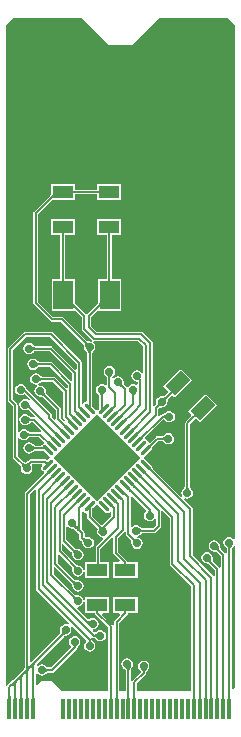
<source format=gtl>
G04*
G04 #@! TF.GenerationSoftware,Altium Limited,Altium Designer,18.1.8 (232)*
G04*
G04 Layer_Physical_Order=1*
G04 Layer_Color=255*
%FSLAX25Y25*%
%MOIN*%
G70*
G01*
G75*
%ADD13R,0.07087X0.04449*%
G04:AMPARAMS|DCode=14|XSize=11.02mil|YSize=43.31mil|CornerRadius=2.76mil|HoleSize=0mil|Usage=FLASHONLY|Rotation=225.000|XOffset=0mil|YOffset=0mil|HoleType=Round|Shape=RoundedRectangle|*
%AMROUNDEDRECTD14*
21,1,0.01102,0.03780,0,0,225.0*
21,1,0.00551,0.04331,0,0,225.0*
1,1,0.00551,-0.01531,0.01141*
1,1,0.00551,-0.01141,0.01531*
1,1,0.00551,0.01531,-0.01141*
1,1,0.00551,0.01141,-0.01531*
%
%ADD14ROUNDEDRECTD14*%
G04:AMPARAMS|DCode=15|XSize=11.02mil|YSize=43.31mil|CornerRadius=2.76mil|HoleSize=0mil|Usage=FLASHONLY|Rotation=135.000|XOffset=0mil|YOffset=0mil|HoleType=Round|Shape=RoundedRectangle|*
%AMROUNDEDRECTD15*
21,1,0.01102,0.03780,0,0,135.0*
21,1,0.00551,0.04331,0,0,135.0*
1,1,0.00551,0.01141,0.01531*
1,1,0.00551,0.01531,0.01141*
1,1,0.00551,-0.01141,-0.01531*
1,1,0.00551,-0.01531,-0.01141*
%
%ADD15ROUNDEDRECTD15*%
%ADD16P,0.28952X4X90.0*%
%ADD17R,0.06693X0.09449*%
%ADD18R,0.01450X0.06890*%
%ADD19R,0.01475X0.06890*%
G04:AMPARAMS|DCode=20|XSize=44.49mil|YSize=70.87mil|CornerRadius=0mil|HoleSize=0mil|Usage=FLASHONLY|Rotation=315.000|XOffset=0mil|YOffset=0mil|HoleType=Round|Shape=Rectangle|*
%AMROTATEDRECTD20*
4,1,4,-0.04078,-0.00933,0.00933,0.04078,0.04078,0.00933,-0.00933,-0.04078,-0.04078,-0.00933,0.0*
%
%ADD20ROTATEDRECTD20*%

%ADD30C,0.00600*%
%ADD31C,0.00800*%
%ADD32C,0.02756*%
G36*
X431000Y365500D02*
Y194287D01*
X430500Y194135D01*
X430354Y194354D01*
X429733Y194769D01*
X429000Y194915D01*
X428267Y194769D01*
X427646Y194354D01*
X427231Y193733D01*
X427085Y193000D01*
X427231Y192267D01*
X427646Y191646D01*
X427655Y191640D01*
X427661Y191625D01*
X427779Y191507D01*
X427874Y191402D01*
X427955Y191302D01*
X428021Y191209D01*
X428074Y191124D01*
X428114Y191047D01*
X428141Y190979D01*
X428159Y190920D01*
X428168Y190869D01*
X428173Y190792D01*
X428197Y190742D01*
Y189525D01*
X427697Y189373D01*
X427613Y189500D01*
X427613Y189500D01*
X426213Y190900D01*
X426194Y190953D01*
X426143Y191010D01*
X426114Y191053D01*
X426084Y191107D01*
X426055Y191176D01*
X426028Y191259D01*
X426004Y191357D01*
X425986Y191464D01*
X425962Y191749D01*
X425960Y191910D01*
X425955Y191922D01*
X425810Y192650D01*
X425395Y193272D01*
X424774Y193687D01*
X424041Y193832D01*
X423309Y193687D01*
X422687Y193272D01*
X422272Y192650D01*
X422126Y191918D01*
X422272Y191185D01*
X422687Y190564D01*
X423309Y190149D01*
X424037Y190004D01*
X424049Y189998D01*
X424217Y189997D01*
X424360Y189988D01*
X424488Y189974D01*
X424602Y189955D01*
X424700Y189931D01*
X424783Y189904D01*
X424852Y189875D01*
X424906Y189845D01*
X424949Y189815D01*
X425006Y189764D01*
X425059Y189746D01*
X426220Y188585D01*
Y184801D01*
X425720Y184649D01*
X425636Y184775D01*
X425636Y184775D01*
X423651Y186760D01*
X423644Y186791D01*
X423616Y186809D01*
X423605Y186841D01*
X423552Y186901D01*
X423526Y186939D01*
X423503Y186985D01*
X423483Y187039D01*
X423466Y187106D01*
X423455Y187185D01*
X423450Y187279D01*
X423453Y187387D01*
X423464Y187509D01*
X423489Y187659D01*
X423466Y187754D01*
X423515Y188000D01*
X423369Y188733D01*
X422954Y189354D01*
X422333Y189769D01*
X421600Y189915D01*
X420867Y189769D01*
X420246Y189354D01*
X419831Y188733D01*
X419685Y188000D01*
X419831Y187267D01*
X420246Y186646D01*
X420867Y186231D01*
X421182Y186168D01*
X421274Y186109D01*
X421457Y186075D01*
X421612Y186042D01*
X421896Y185964D01*
X422003Y185926D01*
X422099Y185887D01*
X422178Y185848D01*
X422240Y185811D01*
X422284Y185779D01*
X422337Y185732D01*
X422391Y185713D01*
X424243Y183861D01*
Y181907D01*
X423743Y181755D01*
X423659Y181881D01*
X423659Y181881D01*
X416816Y188725D01*
Y204099D01*
X416816Y204099D01*
X416754Y204411D01*
X416577Y204676D01*
X413832Y207421D01*
X414151Y207809D01*
X414267Y207731D01*
X415000Y207585D01*
X415733Y207731D01*
X416354Y208146D01*
X416769Y208767D01*
X416915Y209500D01*
X416769Y210233D01*
X416356Y210850D01*
X416352Y210862D01*
X416234Y210983D01*
X416139Y211089D01*
X416058Y211190D01*
X415992Y211284D01*
X415939Y211371D01*
X415899Y211449D01*
X415872Y211518D01*
X415854Y211577D01*
X415845Y211628D01*
X415840Y211705D01*
X415816Y211755D01*
Y232366D01*
X417521Y234071D01*
X418173Y234109D01*
X419215Y233067D01*
X424933Y238785D01*
X421081Y242637D01*
X415363Y236919D01*
X416405Y235877D01*
X416367Y235225D01*
X414423Y233281D01*
X414246Y233016D01*
X414184Y232704D01*
X414184Y232704D01*
Y211755D01*
X414160Y211705D01*
X414155Y211628D01*
X414146Y211577D01*
X414128Y211518D01*
X414101Y211449D01*
X414061Y211371D01*
X414008Y211284D01*
X413946Y211196D01*
X413761Y210978D01*
X413649Y210862D01*
X413644Y210850D01*
X413231Y210233D01*
X413085Y209500D01*
X413231Y208767D01*
X413309Y208651D01*
X412921Y208332D01*
X403670Y217582D01*
X403647Y217642D01*
X403582Y217709D01*
X403480Y217826D01*
X403453Y217862D01*
X403433Y217892D01*
X403425Y217906D01*
X403421Y217921D01*
X403416Y217928D01*
X403412Y217936D01*
X403405Y217944D01*
X403403Y217948D01*
X403361Y218161D01*
X403189Y218418D01*
X400546Y221061D01*
X400517Y221117D01*
Y221616D01*
X400546Y221672D01*
X403189Y224315D01*
X403361Y224571D01*
X403403Y224785D01*
X403405Y224789D01*
X403412Y224796D01*
X403416Y224805D01*
X403421Y224811D01*
X403425Y224827D01*
X403433Y224841D01*
X403453Y224870D01*
X403480Y224907D01*
X403582Y225024D01*
X403647Y225091D01*
X403670Y225150D01*
X405338Y226818D01*
X406457D01*
X406508Y226794D01*
X406584Y226789D01*
X406635Y226780D01*
X406695Y226762D01*
X406764Y226734D01*
X406842Y226695D01*
X406928Y226642D01*
X407016Y226580D01*
X407235Y226395D01*
X407350Y226282D01*
X407362Y226277D01*
X407980Y225865D01*
X408712Y225719D01*
X409445Y225865D01*
X410066Y226280D01*
X410481Y226901D01*
X410627Y227634D01*
X410481Y228366D01*
X410066Y228988D01*
X409445Y229403D01*
X408712Y229549D01*
X407980Y229403D01*
X407362Y228990D01*
X407350Y228985D01*
X407230Y228868D01*
X407123Y228773D01*
X407022Y228692D01*
X406928Y228625D01*
X406842Y228573D01*
X406764Y228533D01*
X406695Y228505D01*
X406635Y228488D01*
X406584Y228479D01*
X406508Y228474D01*
X406457Y228449D01*
X405000D01*
X405000Y228449D01*
X404688Y228387D01*
X404423Y228210D01*
X402517Y226304D01*
X402507Y226300D01*
X402219Y226370D01*
X402141Y226400D01*
X401978Y226520D01*
X401969Y226569D01*
X401797Y226825D01*
X401407Y227215D01*
X401151Y227386D01*
X401102Y227396D01*
X400982Y227558D01*
X400953Y227637D01*
X400882Y227924D01*
X400886Y227934D01*
X407053Y234101D01*
X407054Y234101D01*
X407131Y234062D01*
X407217Y234010D01*
X407304Y233948D01*
X407519Y233765D01*
X407633Y233653D01*
X407644Y233649D01*
X407646Y233646D01*
X408267Y233231D01*
X409000Y233085D01*
X409733Y233231D01*
X410354Y233646D01*
X410769Y234267D01*
X410915Y235000D01*
X410769Y235733D01*
X410354Y236354D01*
X409733Y236769D01*
X409000Y236915D01*
X408267Y236769D01*
X407646Y236354D01*
X407644Y236351D01*
X407633Y236347D01*
X407514Y236230D01*
X407409Y236136D01*
X407310Y236056D01*
X407217Y235991D01*
X407131Y235939D01*
X407054Y235899D01*
X406985Y235872D01*
X406925Y235854D01*
X406874Y235845D01*
X406796Y235840D01*
X406708Y235798D01*
X406486Y235754D01*
X406222Y235577D01*
X406222Y235577D01*
X405750Y235105D01*
X405289Y235351D01*
X405316Y235485D01*
X405316Y235486D01*
Y237514D01*
X405576Y237775D01*
X405629Y237793D01*
X405685Y237842D01*
X405729Y237873D01*
X405787Y237906D01*
X405860Y237939D01*
X405949Y237971D01*
X406055Y238002D01*
X406169Y238028D01*
X406468Y238071D01*
X406636Y238086D01*
X406720Y238129D01*
X407233Y238231D01*
X407854Y238646D01*
X408269Y239267D01*
X408371Y239780D01*
X408414Y239864D01*
X408428Y240032D01*
X408472Y240331D01*
X408498Y240445D01*
X408529Y240551D01*
X408561Y240640D01*
X408594Y240713D01*
X408627Y240771D01*
X408658Y240815D01*
X408707Y240871D01*
X408726Y240924D01*
X409696Y241895D01*
X410349Y241933D01*
X410919Y241363D01*
X416638Y247081D01*
X412785Y250934D01*
X407066Y245215D01*
X408581Y243701D01*
X408543Y243049D01*
X407609Y242115D01*
X407559Y242099D01*
X407557Y242094D01*
X407553Y242093D01*
X407494Y242041D01*
X407453Y242013D01*
X407403Y241986D01*
X407340Y241961D01*
X407263Y241939D01*
X407172Y241921D01*
X407067Y241908D01*
X406947Y241902D01*
X406812Y241903D01*
X406652Y241913D01*
X406638Y241908D01*
X406624Y241914D01*
X406584Y241898D01*
X406500Y241915D01*
X405767Y241769D01*
X405146Y241354D01*
X404731Y240733D01*
X404585Y240000D01*
X404602Y239916D01*
X404586Y239876D01*
X404592Y239862D01*
X404587Y239848D01*
X404597Y239687D01*
X404598Y239553D01*
X404592Y239433D01*
X404579Y239328D01*
X404561Y239237D01*
X404539Y239160D01*
X404514Y239098D01*
X404487Y239047D01*
X404459Y239006D01*
X404407Y238947D01*
X404405Y238943D01*
X404401Y238941D01*
X404385Y238891D01*
X404015Y238520D01*
X403658Y238612D01*
X403515Y238711D01*
Y259464D01*
X403515Y259464D01*
X403452Y259776D01*
X403276Y260041D01*
X400240Y263077D01*
X399975Y263254D01*
X399663Y263316D01*
X399663Y263316D01*
X385015D01*
X382993Y265338D01*
Y268246D01*
X384824Y270076D01*
X385247Y270276D01*
Y270276D01*
X385247Y270276D01*
X392940D01*
Y280724D01*
X389872D01*
X389871Y280730D01*
X389868Y280827D01*
X389843Y280884D01*
Y295251D01*
X389868Y295307D01*
X389871Y295407D01*
X389871Y295409D01*
X393071D01*
Y300858D01*
X384984D01*
Y295409D01*
X388184D01*
X388184Y295407D01*
X388187Y295307D01*
X388212Y295251D01*
Y280884D01*
X388187Y280827D01*
X388184Y280730D01*
X388183Y280724D01*
X385247D01*
Y273077D01*
X385231Y273043D01*
X385228Y272988D01*
X385223Y272959D01*
X385215Y272926D01*
X385201Y272887D01*
X385180Y272843D01*
X385152Y272794D01*
X385116Y272739D01*
X385071Y272679D01*
X385016Y272616D01*
X384943Y272539D01*
X384921Y272480D01*
X381693Y269253D01*
X381377Y269199D01*
X381061Y269253D01*
X377834Y272480D01*
X377811Y272539D01*
X377738Y272616D01*
X377684Y272679D01*
X377638Y272739D01*
X377602Y272793D01*
X377574Y272843D01*
X377554Y272887D01*
X377540Y272926D01*
X377531Y272959D01*
X377526Y272988D01*
X377524Y273043D01*
X377507Y273077D01*
Y280724D01*
X374372D01*
X374371Y280730D01*
X374369Y280827D01*
X374343Y280884D01*
Y295251D01*
X374369Y295307D01*
X374371Y295407D01*
X374371Y295409D01*
X377571D01*
Y300858D01*
X369484D01*
Y295409D01*
X372684D01*
X372684Y295407D01*
X372687Y295307D01*
X372712Y295251D01*
Y280884D01*
X372687Y280827D01*
X372684Y280730D01*
X372684Y280724D01*
X369814D01*
Y270276D01*
X377507D01*
X377507Y270276D01*
Y270276D01*
X377928Y270079D01*
X379762Y268246D01*
Y264337D01*
X379762Y264337D01*
X379824Y264025D01*
X380000Y263760D01*
X383366Y260395D01*
X383346Y260350D01*
X383071Y259983D01*
X382451Y260106D01*
X382439Y260111D01*
X382271Y260113D01*
X382128Y260121D01*
X382000Y260136D01*
X381887Y260155D01*
X381788Y260179D01*
X381705Y260206D01*
X381637Y260235D01*
X381582Y260265D01*
X381540Y260295D01*
X381482Y260345D01*
X381429Y260364D01*
X373716Y268077D01*
X373451Y268254D01*
X373139Y268316D01*
X373139Y268316D01*
X370338D01*
X365316Y273338D01*
Y302390D01*
X369891Y306965D01*
X369951Y306989D01*
X370025Y307062D01*
X370091Y307122D01*
X370093Y307121D01*
X370124Y307142D01*
X377571D01*
Y309022D01*
X377573Y309022D01*
X377673Y309025D01*
X377730Y309050D01*
X384825D01*
X384882Y309025D01*
X384979Y309023D01*
X384984Y309022D01*
Y307142D01*
X393071D01*
Y312591D01*
X384984D01*
Y310710D01*
X384979Y310710D01*
X384882Y310707D01*
X384825Y310682D01*
X377730D01*
X377673Y310707D01*
X377573Y310710D01*
X377571Y310710D01*
Y312591D01*
X369484D01*
Y309159D01*
X369456Y309099D01*
X369453Y309041D01*
X369448Y309009D01*
X369439Y308973D01*
X369425Y308934D01*
X369406Y308890D01*
X369379Y308841D01*
X369344Y308788D01*
X369302Y308731D01*
X369250Y308670D01*
X369180Y308596D01*
X369157Y308538D01*
X363923Y303304D01*
X363746Y303040D01*
X363684Y302728D01*
X363684Y302728D01*
Y273000D01*
X363684Y273000D01*
X363746Y272688D01*
X363923Y272423D01*
X369423Y266923D01*
X369423Y266923D01*
X369688Y266746D01*
X370000Y266684D01*
X372801D01*
X380276Y259210D01*
X380294Y259157D01*
X380345Y259100D01*
X380374Y259057D01*
X380404Y259003D01*
X380433Y258934D01*
X380460Y258851D01*
X380484Y258753D01*
X380502Y258646D01*
X380526Y258361D01*
X380528Y258200D01*
X380533Y258188D01*
X380678Y257460D01*
X381090Y256842D01*
X381095Y256830D01*
X381213Y256710D01*
X381308Y256603D01*
X381389Y256502D01*
X381455Y256408D01*
X381508Y256322D01*
X381547Y256244D01*
X381575Y256175D01*
X381593Y256115D01*
X381602Y256064D01*
X381607Y255988D01*
X381631Y255937D01*
Y240419D01*
X381306Y239974D01*
X381003Y239914D01*
X380746Y239742D01*
X380357Y239353D01*
X380316Y239291D01*
X379816Y239443D01*
Y253023D01*
X379754Y253335D01*
X379577Y253599D01*
X379577Y253599D01*
X370099Y263077D01*
X369835Y263254D01*
X369523Y263316D01*
X369523Y263316D01*
X361000D01*
X361000Y263316D01*
X360688Y263254D01*
X360423Y263077D01*
X360423Y263077D01*
X355423Y258077D01*
X355246Y257812D01*
X355184Y257500D01*
X355184Y257500D01*
Y240500D01*
X355184Y240500D01*
X355246Y240188D01*
X355423Y239923D01*
X356789Y238558D01*
Y221612D01*
X356789Y221612D01*
X356851Y221300D01*
X357028Y221035D01*
X359329Y218734D01*
X359347Y218681D01*
X359398Y218623D01*
X359427Y218581D01*
X359457Y218527D01*
X359486Y218458D01*
X359513Y218375D01*
X359537Y218277D01*
X359555Y218170D01*
X359579Y217885D01*
X359581Y217724D01*
X359586Y217712D01*
X359731Y216983D01*
X360146Y216362D01*
X360767Y215947D01*
X361500Y215801D01*
X362233Y215947D01*
X362854Y216362D01*
X363269Y216983D01*
X363415Y217716D01*
X363269Y218449D01*
X363158Y218615D01*
X363149Y218698D01*
X363298Y219057D01*
X363340Y219108D01*
X363382Y219143D01*
X363402Y219156D01*
X363458Y219184D01*
X366497D01*
X366704Y218684D01*
X366437Y218418D01*
X366266Y218161D01*
X366206Y217859D01*
X366266Y217556D01*
X366437Y217299D01*
X366827Y216910D01*
X367083Y216738D01*
X367132Y216729D01*
X367252Y216566D01*
X367282Y216488D01*
X367352Y216200D01*
X367348Y216190D01*
X361028Y209870D01*
X360851Y209605D01*
X360789Y209293D01*
X360789Y209293D01*
Y151549D01*
X360764Y151496D01*
X360759Y151402D01*
X360750Y151333D01*
X360733Y151263D01*
X360708Y151190D01*
X360676Y151115D01*
X360633Y151036D01*
X360581Y150953D01*
X360517Y150868D01*
X360442Y150779D01*
X360346Y150677D01*
X360325Y150623D01*
X356956Y147253D01*
X355084Y145382D01*
X355000Y145256D01*
X354500Y145408D01*
Y365500D01*
X357000Y368000D01*
X380000D01*
X389000Y359000D01*
X396500D01*
X405500Y368000D01*
X428500D01*
X431000Y365500D01*
D02*
G37*
G36*
X385496Y309266D02*
X385490Y309323D01*
X385472Y309374D01*
X385442Y309419D01*
X385400Y309458D01*
X385346Y309491D01*
X385280Y309518D01*
X385202Y309539D01*
X385112Y309554D01*
X385010Y309563D01*
X384896Y309566D01*
Y310166D01*
X385010Y310169D01*
X385112Y310178D01*
X385202Y310193D01*
X385280Y310214D01*
X385346Y310241D01*
X385400Y310274D01*
X385442Y310313D01*
X385472Y310358D01*
X385490Y310409D01*
X385496Y310466D01*
Y309266D01*
D02*
G37*
G36*
X377053Y310409D02*
X377071Y310358D01*
X377102Y310313D01*
X377145Y310274D01*
X377200Y310241D01*
X377267Y310214D01*
X377347Y310193D01*
X377438Y310178D01*
X377542Y310169D01*
X377659Y310166D01*
Y309566D01*
X377542Y309563D01*
X377438Y309554D01*
X377347Y309539D01*
X377267Y309518D01*
X377200Y309491D01*
X377145Y309458D01*
X377102Y309419D01*
X377071Y309374D01*
X377053Y309323D01*
X377047Y309266D01*
Y310466D01*
X377053Y310409D01*
D02*
G37*
G36*
X369996Y307654D02*
X369992Y307677D01*
X369979Y307689D01*
X369958Y307690D01*
X369928Y307679D01*
X369890Y307657D01*
X369843Y307623D01*
X369788Y307578D01*
X369653Y307454D01*
X369572Y307375D01*
Y308224D01*
X369653Y308309D01*
X369725Y308393D01*
X369788Y308478D01*
X369843Y308563D01*
X369890Y308648D01*
X369928Y308733D01*
X369958Y308818D01*
X369979Y308903D01*
X369992Y308987D01*
X369996Y309072D01*
Y307654D01*
D02*
G37*
G36*
X389570Y295927D02*
X389520Y295909D01*
X389475Y295878D01*
X389436Y295835D01*
X389403Y295780D01*
X389375Y295713D01*
X389354Y295634D01*
X389339Y295542D01*
X389331Y295438D01*
X389328Y295321D01*
X388727D01*
X388724Y295438D01*
X388716Y295542D01*
X388701Y295634D01*
X388680Y295713D01*
X388652Y295780D01*
X388619Y295835D01*
X388580Y295878D01*
X388535Y295909D01*
X388485Y295927D01*
X388427Y295933D01*
X389628D01*
X389570Y295927D01*
D02*
G37*
G36*
X374071D02*
X374020Y295909D01*
X373974Y295878D01*
X373936Y295835D01*
X373903Y295780D01*
X373875Y295713D01*
X373854Y295634D01*
X373839Y295542D01*
X373831Y295438D01*
X373828Y295321D01*
X373228D01*
X373224Y295438D01*
X373216Y295542D01*
X373200Y295634D01*
X373180Y295713D01*
X373152Y295780D01*
X373119Y295835D01*
X373080Y295878D01*
X373036Y295909D01*
X372985Y295927D01*
X372927Y295933D01*
X374128D01*
X374071Y295927D01*
D02*
G37*
G36*
X389331Y280698D02*
X389339Y280596D01*
X389354Y280506D01*
X389375Y280428D01*
X389403Y280362D01*
X389436Y280308D01*
X389475Y280266D01*
X389520Y280236D01*
X389570Y280218D01*
X389628Y280212D01*
X388427D01*
X388485Y280218D01*
X388535Y280236D01*
X388580Y280266D01*
X388619Y280308D01*
X388652Y280362D01*
X388680Y280428D01*
X388701Y280506D01*
X388716Y280596D01*
X388724Y280698D01*
X388727Y280812D01*
X389328D01*
X389331Y280698D01*
D02*
G37*
G36*
X373831D02*
X373839Y280596D01*
X373854Y280506D01*
X373875Y280428D01*
X373903Y280362D01*
X373936Y280308D01*
X373974Y280266D01*
X374020Y280236D01*
X374071Y280218D01*
X374128Y280212D01*
X372927D01*
X372985Y280218D01*
X373036Y280236D01*
X373080Y280266D01*
X373119Y280308D01*
X373152Y280362D01*
X373180Y280428D01*
X373200Y280506D01*
X373216Y280596D01*
X373224Y280698D01*
X373228Y280812D01*
X373828D01*
X373831Y280698D01*
D02*
G37*
G36*
X385771Y271317D02*
X385767Y271396D01*
X385754Y271457D01*
X385732Y271500D01*
X385701Y271526D01*
X385662Y271535D01*
X385614Y271526D01*
X385558Y271500D01*
X385492Y271457D01*
X385418Y271396D01*
X385335Y271317D01*
Y272165D01*
X385418Y272253D01*
X385492Y272339D01*
X385558Y272425D01*
X385614Y272511D01*
X385662Y272596D01*
X385701Y272680D01*
X385732Y272765D01*
X385754Y272848D01*
X385767Y272931D01*
X385771Y273014D01*
Y271317D01*
D02*
G37*
G36*
X376988Y272931D02*
X377001Y272848D01*
X377022Y272765D01*
X377053Y272680D01*
X377092Y272596D01*
X377140Y272511D01*
X377197Y272425D01*
X377262Y272339D01*
X377337Y272253D01*
X377419Y272165D01*
Y271317D01*
X377337Y271396D01*
X377262Y271457D01*
X377197Y271500D01*
X377140Y271526D01*
X377092Y271535D01*
X377053Y271526D01*
X377022Y271500D01*
X377001Y271457D01*
X376988Y271396D01*
X376983Y271317D01*
Y273014D01*
X376988Y272931D01*
D02*
G37*
G36*
X381205Y259868D02*
X381297Y259804D01*
X381400Y259748D01*
X381515Y259699D01*
X381640Y259658D01*
X381777Y259625D01*
X381924Y259600D01*
X382083Y259582D01*
X382253Y259572D01*
X382433Y259570D01*
X381069Y258206D01*
X381067Y258387D01*
X381040Y258715D01*
X381014Y258862D01*
X380981Y258999D01*
X380940Y259124D01*
X380892Y259239D01*
X380835Y259342D01*
X380771Y259435D01*
X380699Y259516D01*
X381123Y259940D01*
X381205Y259868D01*
D02*
G37*
G36*
X363412Y258540D02*
X363663Y258327D01*
X363785Y258241D01*
X363905Y258168D01*
X364023Y258108D01*
X364138Y258061D01*
X364251Y258028D01*
X364362Y258008D01*
X364470Y258001D01*
Y257401D01*
X364362Y257395D01*
X364251Y257375D01*
X364138Y257342D01*
X364023Y257295D01*
X363905Y257235D01*
X363785Y257162D01*
X363663Y257076D01*
X363539Y256976D01*
X363412Y256863D01*
X363283Y256737D01*
Y258666D01*
X363412Y258540D01*
D02*
G37*
G36*
X383285Y257079D02*
X383072Y256828D01*
X382986Y256706D01*
X382913Y256586D01*
X382853Y256468D01*
X382807Y256353D01*
X382773Y256240D01*
X382753Y256129D01*
X382747Y256021D01*
X382147D01*
X382140Y256129D01*
X382120Y256240D01*
X382087Y256353D01*
X382041Y256468D01*
X381981Y256586D01*
X381908Y256706D01*
X381821Y256828D01*
X381721Y256952D01*
X381609Y257079D01*
X381482Y257208D01*
X383411D01*
X383285Y257079D01*
D02*
G37*
G36*
X364662Y253290D02*
X364913Y253077D01*
X365035Y252991D01*
X365155Y252918D01*
X365273Y252858D01*
X365388Y252811D01*
X365501Y252778D01*
X365612Y252758D01*
X365720Y252751D01*
Y252151D01*
X365612Y252145D01*
X365501Y252125D01*
X365388Y252092D01*
X365273Y252045D01*
X365155Y251985D01*
X365035Y251912D01*
X364913Y251826D01*
X364789Y251726D01*
X364662Y251613D01*
X364533Y251487D01*
Y253416D01*
X364662Y253290D01*
D02*
G37*
G36*
X378184Y252685D02*
Y250878D01*
X377684Y250671D01*
X370077Y258278D01*
X369812Y258455D01*
X369500Y258517D01*
X369500Y258517D01*
X364554D01*
X364503Y258542D01*
X364427Y258546D01*
X364376Y258555D01*
X364316Y258573D01*
X364247Y258601D01*
X364169Y258640D01*
X364083Y258693D01*
X363995Y258755D01*
X363776Y258940D01*
X363661Y259053D01*
X363649Y259058D01*
X363031Y259470D01*
X362299Y259616D01*
X361566Y259470D01*
X360945Y259055D01*
X360530Y258434D01*
X360384Y257701D01*
X360530Y256969D01*
X360945Y256347D01*
X361566Y255932D01*
X362299Y255787D01*
X363031Y255932D01*
X363649Y256345D01*
X363661Y256350D01*
X363781Y256467D01*
X363888Y256562D01*
X363989Y256643D01*
X364083Y256710D01*
X364169Y256762D01*
X364247Y256802D01*
X364316Y256830D01*
X364376Y256847D01*
X364427Y256856D01*
X364503Y256861D01*
X364554Y256886D01*
X369162D01*
X376684Y249363D01*
Y247128D01*
X376184Y246921D01*
X370077Y253028D01*
X369812Y253205D01*
X369500Y253267D01*
X369500Y253267D01*
X365804D01*
X365753Y253292D01*
X365677Y253296D01*
X365626Y253305D01*
X365566Y253323D01*
X365497Y253351D01*
X365419Y253390D01*
X365333Y253443D01*
X365245Y253505D01*
X365026Y253690D01*
X364911Y253803D01*
X364899Y253808D01*
X364281Y254220D01*
X363549Y254366D01*
X362816Y254220D01*
X362195Y253805D01*
X361780Y253184D01*
X361634Y252451D01*
X361780Y251719D01*
X362195Y251097D01*
X362816Y250682D01*
X363549Y250537D01*
X364281Y250682D01*
X364899Y251095D01*
X364911Y251100D01*
X365031Y251217D01*
X365138Y251312D01*
X365239Y251393D01*
X365333Y251460D01*
X365419Y251512D01*
X365497Y251552D01*
X365566Y251580D01*
X365626Y251597D01*
X365677Y251606D01*
X365753Y251611D01*
X365804Y251636D01*
X369162D01*
X375184Y245614D01*
Y244649D01*
X374684Y244442D01*
X371049Y248077D01*
X370785Y248254D01*
X370473Y248316D01*
X370473Y248316D01*
X366755D01*
X366705Y248340D01*
X366628Y248345D01*
X366577Y248354D01*
X366518Y248372D01*
X366449Y248399D01*
X366371Y248439D01*
X366284Y248492D01*
X366196Y248554D01*
X365978Y248739D01*
X365862Y248851D01*
X365850Y248856D01*
X365233Y249269D01*
X364500Y249415D01*
X363767Y249269D01*
X363146Y248854D01*
X362731Y248233D01*
X362585Y247500D01*
X362731Y246767D01*
X363146Y246146D01*
X363767Y245731D01*
X364500Y245585D01*
X364985Y245682D01*
X365180Y245211D01*
X364646Y244854D01*
X364231Y244233D01*
X364085Y243500D01*
X364231Y242767D01*
X364646Y242146D01*
X365267Y241731D01*
X365996Y241586D01*
X366008Y241581D01*
X366176Y241579D01*
X366318Y241571D01*
X366447Y241557D01*
X366560Y241537D01*
X366659Y241513D01*
X366742Y241486D01*
X366810Y241457D01*
X366865Y241427D01*
X366907Y241398D01*
X366965Y241347D01*
X367018Y241329D01*
X371184Y237162D01*
Y234180D01*
X371184Y234179D01*
X371211Y234045D01*
X370750Y233799D01*
X369816Y234734D01*
Y235500D01*
X369816Y235500D01*
X369754Y235812D01*
X369577Y236077D01*
X369577Y236077D01*
X361355Y244298D01*
X361269Y244733D01*
X360854Y245354D01*
X360233Y245769D01*
X359500Y245915D01*
X358767Y245769D01*
X358146Y245354D01*
X357731Y244733D01*
X357585Y244000D01*
X357731Y243267D01*
X358146Y242646D01*
X358767Y242231D01*
X359500Y242085D01*
X360233Y242231D01*
X360762Y242585D01*
X362466Y240880D01*
X362147Y240492D01*
X361733Y240769D01*
X361000Y240915D01*
X360267Y240769D01*
X359646Y240354D01*
X359231Y239733D01*
X359085Y239000D01*
X359231Y238267D01*
X359646Y237646D01*
X360267Y237231D01*
X361000Y237085D01*
X361512Y237187D01*
X361603Y237178D01*
X361736Y237219D01*
X361839Y237242D01*
X361928Y237254D01*
X362003Y237257D01*
X362065Y237253D01*
X362115Y237243D01*
X362157Y237229D01*
X362194Y237211D01*
X362229Y237187D01*
X362290Y237133D01*
X362343Y237115D01*
X364166Y235292D01*
X364051Y234965D01*
X363935Y234816D01*
X363255D01*
X363205Y234840D01*
X363128Y234845D01*
X363077Y234854D01*
X363018Y234872D01*
X362949Y234899D01*
X362871Y234939D01*
X362784Y234992D01*
X362696Y235054D01*
X362478Y235239D01*
X362362Y235351D01*
X362350Y235356D01*
X361733Y235769D01*
X361000Y235915D01*
X360267Y235769D01*
X359646Y235354D01*
X359231Y234733D01*
X359085Y234000D01*
X359231Y233267D01*
X359646Y232646D01*
X360267Y232231D01*
X361000Y232085D01*
X361733Y232231D01*
X362350Y232644D01*
X362362Y232648D01*
X362483Y232766D01*
X362589Y232861D01*
X362690Y232942D01*
X362784Y233008D01*
X362871Y233061D01*
X362949Y233101D01*
X363018Y233128D01*
X363077Y233146D01*
X363128Y233155D01*
X363205Y233160D01*
X363255Y233184D01*
X363657D01*
X366411Y230365D01*
X366395Y230256D01*
X366044Y229816D01*
X366044Y229816D01*
X362755D01*
X362705Y229840D01*
X362628Y229845D01*
X362577Y229854D01*
X362518Y229872D01*
X362449Y229899D01*
X362371Y229939D01*
X362284Y229992D01*
X362196Y230054D01*
X361978Y230239D01*
X361862Y230351D01*
X361850Y230356D01*
X361233Y230769D01*
X360500Y230915D01*
X359767Y230769D01*
X359146Y230354D01*
X358920Y230016D01*
X358420Y230168D01*
Y238895D01*
X358420Y238896D01*
X358358Y239208D01*
X358181Y239472D01*
X358181Y239472D01*
X356816Y240838D01*
Y257162D01*
X361338Y261684D01*
X369185D01*
X378184Y252685D01*
D02*
G37*
G36*
X384015Y260084D02*
X384015Y260084D01*
X398662D01*
X400283Y258463D01*
Y249835D01*
X399783Y249683D01*
X399669Y249854D01*
X399048Y250269D01*
X398315Y250415D01*
X397582Y250269D01*
X396961Y249854D01*
X396546Y249233D01*
X396400Y248500D01*
X396546Y247767D01*
X396961Y247146D01*
X397582Y246731D01*
X398315Y246585D01*
X398545Y246396D01*
Y245776D01*
X398045Y245509D01*
X397656Y245769D01*
X396923Y245915D01*
X396190Y245769D01*
X395569Y245354D01*
X395293Y244941D01*
X395187Y244897D01*
X394720Y244903D01*
X394716Y244905D01*
X394716Y244905D01*
X394139Y245482D01*
X394120Y245535D01*
X394069Y245593D01*
X394040Y245635D01*
X394010Y245690D01*
X393981Y245758D01*
X393954Y245841D01*
X393930Y245940D01*
X393912Y246046D01*
X393888Y246331D01*
X393886Y246492D01*
X393881Y246504D01*
X393736Y247233D01*
X393321Y247854D01*
X392700Y248269D01*
X391967Y248415D01*
X391234Y248269D01*
X390613Y247854D01*
X390588Y247816D01*
X390419Y247757D01*
X389998Y247832D01*
X389933Y248032D01*
X389939Y248075D01*
X389967Y248129D01*
X390019Y248216D01*
X390082Y248304D01*
X390266Y248522D01*
X390379Y248638D01*
X390384Y248650D01*
X390796Y249267D01*
X390942Y250000D01*
X390796Y250733D01*
X390381Y251354D01*
X389760Y251769D01*
X389028Y251915D01*
X388295Y251769D01*
X387673Y251354D01*
X387259Y250733D01*
X387113Y250000D01*
X387259Y249267D01*
X387671Y248650D01*
X387676Y248638D01*
X387793Y248517D01*
X387889Y248411D01*
X387969Y248310D01*
X388036Y248216D01*
X388088Y248129D01*
X388128Y248051D01*
X388156Y247982D01*
X388173Y247923D01*
X388183Y247872D01*
X388187Y247795D01*
X388212Y247745D01*
Y245670D01*
X388169Y245633D01*
X387712Y245449D01*
X387233Y245769D01*
X386500Y245915D01*
X385767Y245769D01*
X385146Y245354D01*
X384731Y244733D01*
X384585Y244000D01*
X384731Y243267D01*
X385144Y242650D01*
X385149Y242638D01*
X385266Y242517D01*
X385361Y242411D01*
X385442Y242310D01*
X385508Y242216D01*
X385561Y242129D01*
X385601Y242051D01*
X385628Y241982D01*
X385646Y241923D01*
X385655Y241872D01*
X385660Y241795D01*
X385684Y241745D01*
Y238113D01*
X385659Y238055D01*
X385656Y237950D01*
X385650Y237866D01*
X385640Y237792D01*
X385627Y237727D01*
X385612Y237673D01*
X385595Y237627D01*
X385578Y237590D01*
X385560Y237560D01*
X385543Y237537D01*
X385506Y237496D01*
X385501Y237482D01*
X385119Y237099D01*
X385063Y237070D01*
X384564Y237070D01*
X384508Y237099D01*
X383446Y238161D01*
X383441Y238175D01*
X383404Y238216D01*
X383387Y238240D01*
X383369Y238269D01*
X383352Y238307D01*
X383335Y238352D01*
X383320Y238407D01*
X383307Y238471D01*
X383297Y238545D01*
X383291Y238629D01*
X383288Y238735D01*
X383262Y238792D01*
Y255937D01*
X383287Y255988D01*
X383292Y256064D01*
X383301Y256115D01*
X383318Y256175D01*
X383346Y256244D01*
X383386Y256322D01*
X383439Y256408D01*
X383501Y256496D01*
X383686Y256715D01*
X383798Y256830D01*
X383803Y256842D01*
X384216Y257460D01*
X384362Y258192D01*
X384216Y258925D01*
X383801Y259546D01*
X383650Y259647D01*
X383845Y260118D01*
X384015Y260084D01*
D02*
G37*
G36*
X389866Y248887D02*
X389653Y248636D01*
X389567Y248513D01*
X389494Y248393D01*
X389434Y248276D01*
X389387Y248160D01*
X389354Y248047D01*
X389334Y247937D01*
X389328Y247828D01*
X388727D01*
X388721Y247937D01*
X388701Y248047D01*
X388668Y248160D01*
X388621Y248276D01*
X388561Y248393D01*
X388488Y248513D01*
X388402Y248636D01*
X388302Y248760D01*
X388189Y248887D01*
X388063Y249016D01*
X389992D01*
X389866Y248887D01*
D02*
G37*
G36*
X365613Y248338D02*
X365864Y248126D01*
X365987Y248039D01*
X366107Y247966D01*
X366224Y247906D01*
X366340Y247860D01*
X366453Y247827D01*
X366563Y247807D01*
X366672Y247800D01*
Y247200D01*
X366563Y247193D01*
X366453Y247173D01*
X366340Y247140D01*
X366224Y247094D01*
X366107Y247034D01*
X365987Y246961D01*
X365864Y246874D01*
X365740Y246775D01*
X365613Y246662D01*
X365484Y246535D01*
Y248465D01*
X365613Y248338D01*
D02*
G37*
G36*
X393347Y246306D02*
X393374Y245977D01*
X393400Y245830D01*
X393433Y245693D01*
X393474Y245568D01*
X393522Y245454D01*
X393579Y245350D01*
X393643Y245258D01*
X393715Y245177D01*
X393291Y244752D01*
X393209Y244824D01*
X393117Y244888D01*
X393014Y244945D01*
X392899Y244993D01*
X392774Y245034D01*
X392637Y245067D01*
X392490Y245093D01*
X392331Y245110D01*
X392161Y245120D01*
X391981Y245122D01*
X393345Y246486D01*
X393347Y246306D01*
D02*
G37*
G36*
X410251Y242755D02*
X410207Y242791D01*
X410158Y242814D01*
X410105Y242825D01*
X410048Y242823D01*
X409986Y242808D01*
X409920Y242780D01*
X409850Y242740D01*
X409776Y242687D01*
X409698Y242621D01*
X409615Y242543D01*
X409191Y242967D01*
X409269Y243050D01*
X409335Y243128D01*
X409388Y243202D01*
X409428Y243272D01*
X409456Y243338D01*
X409471Y243400D01*
X409473Y243457D01*
X409462Y243510D01*
X409439Y243559D01*
X409403Y243603D01*
X410251Y242755D01*
D02*
G37*
G36*
X387338Y242887D02*
X387126Y242635D01*
X387039Y242513D01*
X386966Y242393D01*
X386906Y242276D01*
X386860Y242160D01*
X386827Y242047D01*
X386807Y241937D01*
X386800Y241828D01*
X386200D01*
X386193Y241937D01*
X386173Y242047D01*
X386140Y242160D01*
X386094Y242276D01*
X386034Y242393D01*
X385961Y242513D01*
X385874Y242635D01*
X385775Y242760D01*
X385662Y242887D01*
X385535Y243016D01*
X387465D01*
X387338Y242887D01*
D02*
G37*
G36*
X397819Y242933D02*
X397614Y242666D01*
X397531Y242538D01*
X397460Y242414D01*
X397403Y242294D01*
X397358Y242177D01*
X397326Y242063D01*
X397306Y241954D01*
X397300Y241848D01*
X396700Y241813D01*
X396693Y241924D01*
X396673Y242035D01*
X396638Y242148D01*
X396590Y242261D01*
X396529Y242376D01*
X396453Y242492D01*
X396364Y242608D01*
X396262Y242725D01*
X396145Y242844D01*
X396015Y242964D01*
X397941Y243071D01*
X397819Y242933D01*
D02*
G37*
G36*
X367380Y243306D02*
X367407Y242977D01*
X367433Y242830D01*
X367466Y242693D01*
X367507Y242568D01*
X367555Y242454D01*
X367612Y242350D01*
X367676Y242258D01*
X367748Y242177D01*
X367323Y241752D01*
X367242Y241824D01*
X367150Y241888D01*
X367046Y241945D01*
X366932Y241993D01*
X366807Y242034D01*
X366670Y242067D01*
X366523Y242093D01*
X366364Y242110D01*
X366194Y242120D01*
X366014Y242122D01*
X367378Y243486D01*
X367380Y243306D01*
D02*
G37*
G36*
X408302Y241230D02*
X408232Y241151D01*
X408169Y241061D01*
X408111Y240958D01*
X408059Y240844D01*
X408013Y240718D01*
X407974Y240580D01*
X407940Y240430D01*
X407891Y240094D01*
X407875Y239909D01*
X406604Y239896D01*
X406618Y241373D01*
X406793Y241362D01*
X406958Y241361D01*
X407113Y241369D01*
X407258Y241386D01*
X407392Y241413D01*
X407516Y241449D01*
X407630Y241494D01*
X407734Y241549D01*
X407828Y241614D01*
X407911Y241687D01*
X408302Y241230D01*
D02*
G37*
G36*
X382747Y238722D02*
X382750Y238602D01*
X382758Y238488D01*
X382773Y238381D01*
X382793Y238280D01*
X382820Y238186D01*
X382852Y238099D01*
X382890Y238018D01*
X382933Y237943D01*
X382983Y237875D01*
X383038Y237813D01*
X381838Y239013D01*
X381897Y238961D01*
X381949Y238927D01*
X381996Y238912D01*
X382036Y238915D01*
X382070Y238936D01*
X382098Y238976D01*
X382119Y239035D01*
X382135Y239112D01*
X382144Y239208D01*
X382147Y239322D01*
X382747Y238722D01*
D02*
G37*
G36*
X406591Y238625D02*
X406405Y238609D01*
X406070Y238560D01*
X405920Y238526D01*
X405782Y238487D01*
X405656Y238441D01*
X405542Y238389D01*
X405439Y238331D01*
X405349Y238268D01*
X405270Y238198D01*
X404813Y238589D01*
X404886Y238672D01*
X404951Y238766D01*
X405006Y238870D01*
X405051Y238984D01*
X405087Y239108D01*
X405114Y239243D01*
X405131Y239387D01*
X405139Y239542D01*
X405138Y239707D01*
X405127Y239882D01*
X406604Y239896D01*
X406591Y238625D01*
D02*
G37*
G36*
X390731Y237995D02*
X390655Y237917D01*
X390531Y237774D01*
X390482Y237709D01*
X390442Y237648D01*
X390410Y237590D01*
X390387Y237537D01*
X390373Y237488D01*
X390368Y237443D01*
X390371Y237402D01*
X389713Y238060D01*
X389754Y238057D01*
X389799Y238062D01*
X389848Y238076D01*
X389902Y238099D01*
X389959Y238130D01*
X390020Y238171D01*
X390086Y238220D01*
X390229Y238344D01*
X390306Y238419D01*
X390731Y237995D01*
D02*
G37*
G36*
X362378Y239222D02*
X362630Y238580D01*
X362691Y238456D01*
X362811Y238253D01*
X362870Y238173D01*
X362928Y238108D01*
X362648Y237539D01*
X362560Y237617D01*
X362465Y237681D01*
X362362Y237731D01*
X362253Y237768D01*
X362136Y237790D01*
X362012Y237799D01*
X361881Y237794D01*
X361743Y237775D01*
X361598Y237742D01*
X361446Y237696D01*
X362313Y239420D01*
X362378Y239222D01*
D02*
G37*
G36*
X379398Y238344D02*
X379541Y238220D01*
X379606Y238171D01*
X379667Y238130D01*
X379725Y238099D01*
X379778Y238076D01*
X379827Y238062D01*
X379872Y238057D01*
X379913Y238060D01*
X379255Y237402D01*
X379258Y237443D01*
X379253Y237488D01*
X379239Y237537D01*
X379216Y237590D01*
X379185Y237648D01*
X379144Y237709D01*
X379095Y237774D01*
X378971Y237917D01*
X378896Y237995D01*
X379320Y238419D01*
X379398Y238344D01*
D02*
G37*
G36*
X386803Y238528D02*
X386812Y238433D01*
X386828Y238355D01*
X386849Y238297D01*
X386877Y238257D01*
X386911Y238235D01*
X386951Y238232D01*
X386997Y238247D01*
X387050Y238281D01*
X387108Y238334D01*
X385909Y237134D01*
X385964Y237195D01*
X386013Y237263D01*
X386057Y237338D01*
X386095Y237419D01*
X386127Y237507D01*
X386153Y237601D01*
X386174Y237702D01*
X386188Y237809D01*
X386197Y237922D01*
X386200Y238042D01*
X386800Y238642D01*
X386803Y238528D01*
D02*
G37*
G36*
X392140Y236577D02*
X392077Y236511D01*
X391966Y236378D01*
X391918Y236311D01*
X391876Y236244D01*
X391839Y236177D01*
X391807Y236110D01*
X391780Y236042D01*
X391759Y235975D01*
X391743Y235907D01*
X391105Y236668D01*
X391153Y236663D01*
X391204Y236667D01*
X391258Y236679D01*
X391315Y236700D01*
X391375Y236730D01*
X391439Y236769D01*
X391506Y236816D01*
X391575Y236871D01*
X391724Y237009D01*
X392140Y236577D01*
D02*
G37*
G36*
X378006Y236952D02*
X378149Y236828D01*
X378214Y236779D01*
X378275Y236738D01*
X378333Y236707D01*
X378386Y236684D01*
X378435Y236670D01*
X378481Y236665D01*
X378522Y236668D01*
X377863Y236010D01*
X377867Y236051D01*
X377861Y236096D01*
X377847Y236145D01*
X377824Y236198D01*
X377793Y236256D01*
X377752Y236317D01*
X377703Y236383D01*
X377579Y236526D01*
X377504Y236603D01*
X377928Y237027D01*
X378006Y236952D01*
D02*
G37*
G36*
X393514Y235211D02*
X393439Y235134D01*
X393315Y234991D01*
X393266Y234925D01*
X393226Y234864D01*
X393194Y234806D01*
X393171Y234753D01*
X393157Y234704D01*
X393152Y234659D01*
X393155Y234618D01*
X392497Y235276D01*
X392538Y235273D01*
X392583Y235278D01*
X392632Y235292D01*
X392685Y235315D01*
X392743Y235347D01*
X392804Y235387D01*
X392870Y235436D01*
X393013Y235560D01*
X393090Y235635D01*
X393514Y235211D01*
D02*
G37*
G36*
X418075Y234931D02*
X418031Y234967D01*
X417982Y234990D01*
X417929Y235001D01*
X417872Y234999D01*
X417810Y234984D01*
X417744Y234956D01*
X417674Y234916D01*
X417600Y234863D01*
X417522Y234797D01*
X417439Y234719D01*
X417015Y235143D01*
X417093Y235226D01*
X417159Y235304D01*
X417212Y235378D01*
X417252Y235448D01*
X417280Y235514D01*
X417295Y235576D01*
X417297Y235633D01*
X417286Y235686D01*
X417263Y235735D01*
X417227Y235779D01*
X418075Y234931D01*
D02*
G37*
G36*
X376614Y235560D02*
X376757Y235436D01*
X376822Y235387D01*
X376884Y235347D01*
X376941Y235315D01*
X376994Y235292D01*
X377043Y235278D01*
X377088Y235273D01*
X377130Y235276D01*
X376471Y234618D01*
X376475Y234659D01*
X376469Y234704D01*
X376455Y234753D01*
X376432Y234806D01*
X376401Y234864D01*
X376360Y234925D01*
X376311Y234991D01*
X376187Y235134D01*
X376112Y235211D01*
X376536Y235635D01*
X376614Y235560D01*
D02*
G37*
G36*
X408012Y234039D02*
X407885Y234165D01*
X407636Y234376D01*
X407514Y234462D01*
X407395Y234535D01*
X407277Y234594D01*
X407162Y234641D01*
X407049Y234674D01*
X406938Y234693D01*
X406828Y234700D01*
Y235300D01*
X406938Y235307D01*
X407049Y235326D01*
X407162Y235360D01*
X407277Y235406D01*
X407395Y235465D01*
X407514Y235538D01*
X407636Y235624D01*
X407759Y235723D01*
X407885Y235835D01*
X408012Y235961D01*
Y234039D01*
D02*
G37*
G36*
X394906Y233819D02*
X394831Y233742D01*
X394707Y233599D01*
X394658Y233533D01*
X394618Y233472D01*
X394586Y233414D01*
X394563Y233361D01*
X394549Y233312D01*
X394544Y233267D01*
X394547Y233226D01*
X393889Y233884D01*
X393930Y233881D01*
X393975Y233886D01*
X394024Y233900D01*
X394077Y233923D01*
X394135Y233955D01*
X394196Y233995D01*
X394262Y234044D01*
X394405Y234168D01*
X394482Y234243D01*
X394906Y233819D01*
D02*
G37*
G36*
X373684Y243135D02*
Y234868D01*
X373684Y234868D01*
X373746Y234556D01*
X373923Y234291D01*
X374328Y233886D01*
X374381Y233649D01*
X373901Y233516D01*
X373789Y233544D01*
X372816Y234517D01*
Y237500D01*
X372754Y237812D01*
X372577Y238077D01*
X372577Y238077D01*
X368171Y242482D01*
X368153Y242535D01*
X368102Y242593D01*
X368073Y242635D01*
X368043Y242690D01*
X368014Y242758D01*
X367987Y242841D01*
X367963Y242940D01*
X367945Y243046D01*
X367921Y243331D01*
X367919Y243492D01*
X367914Y243504D01*
X367769Y244233D01*
X367354Y244854D01*
X366733Y245269D01*
X366000Y245415D01*
X365515Y245318D01*
X365320Y245789D01*
X365850Y246144D01*
X365862Y246148D01*
X365983Y246266D01*
X366089Y246361D01*
X366190Y246442D01*
X366284Y246508D01*
X366371Y246561D01*
X366449Y246601D01*
X366518Y246628D01*
X366577Y246646D01*
X366628Y246655D01*
X366705Y246660D01*
X366755Y246684D01*
X370135D01*
X373684Y243135D01*
D02*
G37*
G36*
X375458Y234333D02*
X375856Y233880D01*
X375855Y233866D01*
X375840Y233864D01*
X375146Y233376D01*
X375188Y233414D01*
X375216Y233458D01*
X375230Y233508D01*
X375228Y233563D01*
X375213Y233625D01*
X375183Y233693D01*
X375138Y233767D01*
X375080Y233847D01*
X375006Y233933D01*
X374919Y234025D01*
X375344Y234448D01*
X375458Y234333D01*
D02*
G37*
G36*
X362113Y234838D02*
X362365Y234626D01*
X362487Y234539D01*
X362607Y234466D01*
X362724Y234406D01*
X362840Y234360D01*
X362953Y234327D01*
X363063Y234307D01*
X363172Y234300D01*
Y233700D01*
X363063Y233693D01*
X362953Y233673D01*
X362840Y233640D01*
X362724Y233594D01*
X362607Y233534D01*
X362487Y233461D01*
X362365Y233374D01*
X362240Y233275D01*
X362113Y233162D01*
X361984Y233035D01*
Y234965D01*
X362113Y234838D01*
D02*
G37*
G36*
X396298Y232427D02*
X396223Y232350D01*
X396099Y232207D01*
X396050Y232141D01*
X396009Y232080D01*
X395978Y232023D01*
X395955Y231969D01*
X395941Y231920D01*
X395936Y231875D01*
X395939Y231834D01*
X395281Y232492D01*
X395322Y232489D01*
X395367Y232494D01*
X395416Y232508D01*
X395469Y232531D01*
X395527Y232563D01*
X395588Y232603D01*
X395654Y232652D01*
X395796Y232776D01*
X395874Y232852D01*
X396298Y232427D01*
D02*
G37*
G36*
X373830Y232776D02*
X373973Y232652D01*
X374038Y232603D01*
X374100Y232563D01*
X374157Y232531D01*
X374210Y232508D01*
X374259Y232494D01*
X374305Y232489D01*
X374346Y232492D01*
X373687Y231834D01*
X373691Y231875D01*
X373685Y231920D01*
X373671Y231969D01*
X373648Y232023D01*
X373617Y232080D01*
X373577Y232141D01*
X373528Y232207D01*
X373403Y232350D01*
X373328Y232427D01*
X373752Y232852D01*
X373830Y232776D01*
D02*
G37*
G36*
X397690Y231035D02*
X397615Y230958D01*
X397491Y230815D01*
X397442Y230749D01*
X397401Y230688D01*
X397370Y230630D01*
X397347Y230577D01*
X397333Y230528D01*
X397328Y230483D01*
X397331Y230442D01*
X396673Y231100D01*
X396714Y231097D01*
X396759Y231102D01*
X396808Y231116D01*
X396861Y231139D01*
X396919Y231171D01*
X396980Y231211D01*
X397045Y231260D01*
X397188Y231384D01*
X397266Y231460D01*
X397690Y231035D01*
D02*
G37*
G36*
X372438Y231384D02*
X372581Y231260D01*
X372646Y231211D01*
X372708Y231171D01*
X372765Y231139D01*
X372818Y231116D01*
X372868Y231102D01*
X372913Y231097D01*
X372954Y231100D01*
X372295Y230442D01*
X372299Y230483D01*
X372293Y230528D01*
X372279Y230577D01*
X372256Y230631D01*
X372225Y230688D01*
X372185Y230749D01*
X372136Y230815D01*
X372011Y230958D01*
X371936Y231035D01*
X372360Y231460D01*
X372438Y231384D01*
D02*
G37*
G36*
X399082Y229644D02*
X399007Y229566D01*
X398883Y229423D01*
X398834Y229357D01*
X398793Y229296D01*
X398762Y229239D01*
X398739Y229185D01*
X398725Y229136D01*
X398720Y229091D01*
X398723Y229050D01*
X398064Y229708D01*
X398106Y229705D01*
X398151Y229710D01*
X398200Y229724D01*
X398253Y229747D01*
X398310Y229779D01*
X398372Y229819D01*
X398437Y229868D01*
X398580Y229993D01*
X398658Y230068D01*
X399082Y229644D01*
D02*
G37*
G36*
X371046Y229993D02*
X371189Y229868D01*
X371254Y229819D01*
X371316Y229779D01*
X371373Y229747D01*
X371426Y229724D01*
X371476Y229710D01*
X371521Y229705D01*
X371562Y229708D01*
X370903Y229050D01*
X370907Y229091D01*
X370901Y229136D01*
X370887Y229185D01*
X370865Y229239D01*
X370833Y229296D01*
X370793Y229357D01*
X370744Y229423D01*
X370619Y229566D01*
X370544Y229644D01*
X370968Y230068D01*
X371046Y229993D01*
D02*
G37*
G36*
X400474Y228252D02*
X400399Y228174D01*
X400275Y228031D01*
X400226Y227965D01*
X400185Y227904D01*
X400154Y227847D01*
X400131Y227793D01*
X400117Y227744D01*
X400111Y227699D01*
X400115Y227658D01*
X399456Y228316D01*
X399498Y228313D01*
X399543Y228318D01*
X399592Y228332D01*
X399645Y228355D01*
X399703Y228387D01*
X399764Y228427D01*
X399829Y228476D01*
X399972Y228601D01*
X400050Y228676D01*
X400474Y228252D01*
D02*
G37*
G36*
X361613Y229838D02*
X361864Y229626D01*
X361987Y229539D01*
X362107Y229466D01*
X362224Y229406D01*
X362340Y229360D01*
X362453Y229327D01*
X362563Y229307D01*
X362672Y229300D01*
Y228700D01*
X362563Y228693D01*
X362453Y228673D01*
X362340Y228640D01*
X362224Y228594D01*
X362107Y228534D01*
X361987Y228461D01*
X361864Y228374D01*
X361740Y228275D01*
X361613Y228162D01*
X361484Y228035D01*
Y229965D01*
X361613Y229838D01*
D02*
G37*
G36*
X369667Y228632D02*
X369798Y228520D01*
X369864Y228473D01*
X369931Y228430D01*
X369998Y228393D01*
X370066Y228361D01*
X370135Y228334D01*
X370203Y228312D01*
X370273Y228296D01*
X369512Y227658D01*
X369516Y227705D01*
X369512Y227755D01*
X369500Y227808D01*
X369478Y227865D01*
X369449Y227925D01*
X369410Y227989D01*
X369363Y228056D01*
X369308Y228126D01*
X369171Y228277D01*
X369602Y228695D01*
X369667Y228632D01*
D02*
G37*
G36*
X367348Y226542D02*
X367352Y226532D01*
X367282Y226245D01*
X367252Y226167D01*
X367132Y226004D01*
X367083Y225994D01*
X366827Y225823D01*
X366518Y225514D01*
X366500Y225510D01*
X366474Y225470D01*
X366437Y225433D01*
X366432Y225425D01*
X366376Y225393D01*
X366362Y225374D01*
X366362Y225374D01*
X366351Y225369D01*
X366331Y225362D01*
X366299Y225355D01*
X366258Y225348D01*
X366205Y225343D01*
X366127Y225341D01*
X366071Y225316D01*
X364554D01*
X364503Y225340D01*
X364427Y225345D01*
X364376Y225354D01*
X364316Y225372D01*
X364247Y225399D01*
X364169Y225439D01*
X364083Y225492D01*
X363995Y225554D01*
X363776Y225739D01*
X363661Y225851D01*
X363649Y225856D01*
X363031Y226269D01*
X362299Y226415D01*
X361566Y226269D01*
X360945Y225854D01*
X360530Y225233D01*
X360384Y224500D01*
X360530Y223767D01*
X360945Y223146D01*
X361566Y222731D01*
X362299Y222585D01*
X363031Y222731D01*
X363649Y223144D01*
X363661Y223148D01*
X363781Y223266D01*
X363888Y223361D01*
X363989Y223442D01*
X364083Y223508D01*
X364169Y223561D01*
X364247Y223601D01*
X364316Y223628D01*
X364376Y223646D01*
X364427Y223655D01*
X364503Y223660D01*
X364554Y223684D01*
X366613D01*
X366666Y223659D01*
X366672Y223662D01*
X366679Y223659D01*
X366803Y223656D01*
X366901Y223650D01*
X366985Y223639D01*
X367053Y223626D01*
X367105Y223612D01*
X367141Y223598D01*
X367160Y223588D01*
X367163Y223587D01*
X367179Y223567D01*
X367192Y223560D01*
X369080Y221672D01*
X369110Y221616D01*
Y221117D01*
X369080Y221061D01*
X368660Y220641D01*
X368104Y220577D01*
X367840Y220754D01*
X367528Y220816D01*
X367527Y220816D01*
X362784D01*
X362784Y220816D01*
X362472Y220754D01*
X362207Y220577D01*
X361770Y220140D01*
X361750Y220136D01*
X361724Y220100D01*
X361682Y220086D01*
X361563Y219983D01*
X361516Y219947D01*
X361040Y219662D01*
X360940Y219679D01*
X360841Y219703D01*
X360758Y219730D01*
X360690Y219759D01*
X360635Y219789D01*
X360593Y219818D01*
X360535Y219869D01*
X360482Y219887D01*
X358420Y221950D01*
Y227833D01*
X358920Y227984D01*
X359146Y227646D01*
X359767Y227231D01*
X360500Y227085D01*
X361233Y227231D01*
X361850Y227644D01*
X361862Y227648D01*
X361983Y227766D01*
X362089Y227861D01*
X362190Y227942D01*
X362284Y228008D01*
X362371Y228061D01*
X362449Y228101D01*
X362518Y228128D01*
X362577Y228146D01*
X362628Y228155D01*
X362705Y228160D01*
X362755Y228184D01*
X365706D01*
X367348Y226542D01*
D02*
G37*
G36*
X407728Y226669D02*
X407599Y226796D01*
X407348Y227008D01*
X407226Y227095D01*
X407106Y227168D01*
X406988Y227227D01*
X406873Y227274D01*
X406760Y227307D01*
X406649Y227327D01*
X406541Y227334D01*
Y227934D01*
X406649Y227940D01*
X406760Y227960D01*
X406873Y227994D01*
X406988Y228040D01*
X407106Y228100D01*
X407226Y228173D01*
X407348Y228259D01*
X407472Y228359D01*
X407599Y228472D01*
X407728Y228598D01*
Y226669D01*
D02*
G37*
G36*
X368262Y227209D02*
X368405Y227084D01*
X368471Y227035D01*
X368532Y226995D01*
X368589Y226963D01*
X368642Y226940D01*
X368692Y226926D01*
X368737Y226921D01*
X368778Y226924D01*
X368120Y226266D01*
X368123Y226307D01*
X368118Y226352D01*
X368104Y226401D01*
X368081Y226455D01*
X368049Y226512D01*
X368009Y226573D01*
X367960Y226639D01*
X367835Y226782D01*
X367760Y226860D01*
X368184Y227284D01*
X368262Y227209D01*
D02*
G37*
G36*
X403258Y225468D02*
X403183Y225390D01*
X403058Y225247D01*
X403010Y225182D01*
X402969Y225120D01*
X402938Y225063D01*
X402915Y225009D01*
X402901Y224960D01*
X402895Y224915D01*
X402899Y224874D01*
X402240Y225533D01*
X402281Y225529D01*
X402326Y225535D01*
X402376Y225549D01*
X402429Y225571D01*
X402486Y225603D01*
X402548Y225643D01*
X402613Y225692D01*
X402756Y225817D01*
X402834Y225892D01*
X403258Y225468D01*
D02*
G37*
G36*
X367599Y223908D02*
X367554Y223964D01*
X367498Y224013D01*
X367433Y224057D01*
X367357Y224095D01*
X367272Y224127D01*
X367176Y224153D01*
X367070Y224174D01*
X366953Y224188D01*
X366827Y224197D01*
X366690Y224200D01*
X366142Y224800D01*
X366237Y224803D01*
X366325Y224811D01*
X366407Y224824D01*
X366483Y224842D01*
X366552Y224866D01*
X366615Y224895D01*
X366672Y224929D01*
X366723Y224969D01*
X366768Y225014D01*
X366806Y225064D01*
X367599Y223908D01*
D02*
G37*
G36*
X363412Y225338D02*
X363663Y225126D01*
X363785Y225039D01*
X363905Y224966D01*
X364023Y224906D01*
X364138Y224860D01*
X364251Y224827D01*
X364362Y224807D01*
X364470Y224800D01*
Y224200D01*
X364362Y224193D01*
X364251Y224173D01*
X364138Y224140D01*
X364023Y224094D01*
X363905Y224034D01*
X363785Y223961D01*
X363663Y223874D01*
X363539Y223775D01*
X363412Y223662D01*
X363283Y223535D01*
Y225465D01*
X363412Y225338D01*
D02*
G37*
G36*
X362728Y219519D02*
X362647Y219429D01*
X362583Y219334D01*
X362537Y219235D01*
X362506Y219133D01*
X362493Y219026D01*
X362496Y218916D01*
X362516Y218802D01*
X362552Y218683D01*
X362606Y218561D01*
X362676Y218435D01*
X361230Y218838D01*
X360122Y217730D01*
X360120Y217911D01*
X360093Y218239D01*
X360067Y218386D01*
X360034Y218523D01*
X359993Y218648D01*
X359945Y218762D01*
X359888Y218866D01*
X359824Y218958D01*
X359752Y219040D01*
X360176Y219464D01*
X360258Y219392D01*
X360350Y219328D01*
X360454Y219271D01*
X360568Y219223D01*
X360694Y219182D01*
X360830Y219149D01*
X360978Y219123D01*
X361136Y219106D01*
X361162Y219104D01*
X361818Y219497D01*
X361904Y219561D01*
X362037Y219678D01*
X362728Y219519D01*
D02*
G37*
G36*
X368015Y219941D02*
X368095Y219874D01*
X368170Y219820D01*
X368241Y219778D01*
X368308Y219750D01*
X368370Y219734D01*
X368428Y219731D01*
X368482Y219742D01*
X368531Y219765D01*
X368575Y219801D01*
X367727Y218952D01*
X367763Y218997D01*
X367786Y219046D01*
X367796Y219099D01*
X367793Y219157D01*
X367778Y219219D01*
X367749Y219286D01*
X367708Y219357D01*
X367653Y219433D01*
X367586Y219513D01*
X367506Y219597D01*
X367930Y220021D01*
X368015Y219941D01*
D02*
G37*
G36*
X402895Y217817D02*
X402901Y217772D01*
X402915Y217723D01*
X402938Y217670D01*
X402969Y217613D01*
X403010Y217551D01*
X403058Y217486D01*
X403183Y217343D01*
X403258Y217265D01*
X402834Y216841D01*
X402756Y216916D01*
X402613Y217040D01*
X402548Y217089D01*
X402486Y217130D01*
X402429Y217161D01*
X402376Y217184D01*
X402326Y217198D01*
X402281Y217203D01*
X402240Y217200D01*
X402899Y217859D01*
X402895Y217817D01*
D02*
G37*
G36*
X368778Y215808D02*
X368737Y215812D01*
X368692Y215806D01*
X368642Y215792D01*
X368589Y215769D01*
X368532Y215738D01*
X368471Y215697D01*
X368405Y215648D01*
X368262Y215524D01*
X368184Y215449D01*
X367760Y215873D01*
X367835Y215951D01*
X367960Y216094D01*
X368009Y216159D01*
X368049Y216221D01*
X368081Y216278D01*
X368104Y216331D01*
X368118Y216380D01*
X368123Y216426D01*
X368120Y216467D01*
X368778Y215808D01*
D02*
G37*
G36*
X401503Y216426D02*
X401509Y216380D01*
X401523Y216331D01*
X401546Y216278D01*
X401577Y216221D01*
X401617Y216159D01*
X401667Y216094D01*
X401791Y215951D01*
X401866Y215873D01*
X401442Y215449D01*
X401364Y215524D01*
X401221Y215648D01*
X401156Y215698D01*
X401094Y215738D01*
X401037Y215769D01*
X400984Y215792D01*
X400935Y215806D01*
X400889Y215812D01*
X400848Y215808D01*
X401507Y216467D01*
X401503Y216426D01*
D02*
G37*
G36*
X370170Y214416D02*
X370129Y214420D01*
X370084Y214414D01*
X370035Y214400D01*
X369981Y214377D01*
X369924Y214346D01*
X369863Y214305D01*
X369797Y214257D01*
X369654Y214132D01*
X369576Y214057D01*
X369152Y214481D01*
X369227Y214559D01*
X369352Y214702D01*
X369401Y214767D01*
X369441Y214829D01*
X369473Y214886D01*
X369495Y214939D01*
X369510Y214988D01*
X369515Y215034D01*
X369512Y215075D01*
X370170Y214416D01*
D02*
G37*
G36*
X400111Y215034D02*
X400117Y214988D01*
X400131Y214939D01*
X400154Y214886D01*
X400185Y214829D01*
X400226Y214767D01*
X400275Y214702D01*
X400399Y214559D01*
X400474Y214481D01*
X400050Y214057D01*
X399972Y214132D01*
X399829Y214257D01*
X399764Y214305D01*
X399703Y214346D01*
X399645Y214377D01*
X399592Y214400D01*
X399543Y214414D01*
X399498Y214420D01*
X399456Y214416D01*
X400115Y215075D01*
X400111Y215034D01*
D02*
G37*
G36*
X371562Y213024D02*
X371521Y213028D01*
X371476Y213022D01*
X371426Y213008D01*
X371373Y212985D01*
X371316Y212954D01*
X371254Y212914D01*
X371189Y212864D01*
X371046Y212740D01*
X370968Y212665D01*
X370544Y213089D01*
X370619Y213167D01*
X370744Y213310D01*
X370793Y213375D01*
X370833Y213437D01*
X370865Y213494D01*
X370887Y213547D01*
X370901Y213597D01*
X370907Y213642D01*
X370903Y213683D01*
X371562Y213024D01*
D02*
G37*
G36*
X398720Y213642D02*
X398725Y213597D01*
X398739Y213547D01*
X398762Y213494D01*
X398793Y213437D01*
X398834Y213375D01*
X398883Y213310D01*
X399007Y213167D01*
X399082Y213089D01*
X398658Y212665D01*
X398580Y212740D01*
X398437Y212865D01*
X398372Y212914D01*
X398310Y212954D01*
X398253Y212985D01*
X398200Y213008D01*
X398151Y213022D01*
X398106Y213028D01*
X398064Y213024D01*
X398723Y213683D01*
X398720Y213642D01*
D02*
G37*
G36*
X372954Y211632D02*
X372913Y211636D01*
X372868Y211630D01*
X372818Y211616D01*
X372765Y211594D01*
X372708Y211562D01*
X372646Y211522D01*
X372581Y211473D01*
X372438Y211348D01*
X372360Y211273D01*
X371936Y211697D01*
X372011Y211775D01*
X372136Y211918D01*
X372185Y211983D01*
X372225Y212045D01*
X372256Y212102D01*
X372279Y212155D01*
X372293Y212205D01*
X372299Y212250D01*
X372295Y212291D01*
X372954Y211632D01*
D02*
G37*
G36*
X397328Y212250D02*
X397333Y212205D01*
X397347Y212155D01*
X397370Y212102D01*
X397401Y212045D01*
X397442Y211983D01*
X397491Y211918D01*
X397615Y211775D01*
X397690Y211697D01*
X397266Y211273D01*
X397188Y211348D01*
X397045Y211473D01*
X396980Y211522D01*
X396919Y211562D01*
X396861Y211594D01*
X396808Y211616D01*
X396759Y211631D01*
X396714Y211636D01*
X396673Y211632D01*
X397331Y212291D01*
X397328Y212250D01*
D02*
G37*
G36*
X415307Y211563D02*
X415327Y211453D01*
X415360Y211340D01*
X415406Y211224D01*
X415466Y211107D01*
X415539Y210987D01*
X415626Y210864D01*
X415725Y210740D01*
X415838Y210613D01*
X415965Y210484D01*
X414035D01*
X414162Y210613D01*
X414374Y210864D01*
X414461Y210987D01*
X414534Y211107D01*
X414594Y211224D01*
X414640Y211340D01*
X414673Y211453D01*
X414693Y211563D01*
X414700Y211672D01*
X415300D01*
X415307Y211563D01*
D02*
G37*
G36*
X374346Y210240D02*
X374305Y210244D01*
X374259Y210239D01*
X374210Y210224D01*
X374157Y210202D01*
X374100Y210170D01*
X374038Y210130D01*
X373973Y210081D01*
X373830Y209956D01*
X373752Y209881D01*
X373328Y210305D01*
X373403Y210383D01*
X373528Y210526D01*
X373577Y210591D01*
X373617Y210653D01*
X373648Y210710D01*
X373671Y210763D01*
X373685Y210813D01*
X373691Y210858D01*
X373687Y210899D01*
X374346Y210240D01*
D02*
G37*
G36*
X395935Y210934D02*
X395956Y210867D01*
X395983Y210800D01*
X396015Y210733D01*
X396053Y210667D01*
X396096Y210600D01*
X396144Y210534D01*
X396198Y210468D01*
X396322Y210337D01*
X395905Y209905D01*
X395828Y209977D01*
X395684Y210096D01*
X395617Y210142D01*
X395553Y210180D01*
X395492Y210209D01*
X395434Y210230D01*
X395380Y210242D01*
X395329Y210245D01*
X395281Y210241D01*
X395919Y211002D01*
X395935Y210934D01*
D02*
G37*
G36*
X375738Y208849D02*
X375697Y208852D01*
X375652Y208846D01*
X375602Y208833D01*
X375549Y208810D01*
X375492Y208778D01*
X375430Y208738D01*
X375365Y208689D01*
X375222Y208564D01*
X375144Y208489D01*
X374720Y208913D01*
X374795Y208991D01*
X374919Y209134D01*
X374969Y209200D01*
X375009Y209261D01*
X375040Y209318D01*
X375063Y209371D01*
X375077Y209421D01*
X375083Y209466D01*
X375079Y209507D01*
X375738Y208849D01*
D02*
G37*
G36*
X394540Y209556D02*
X394560Y209500D01*
X394587Y209441D01*
X394619Y209381D01*
X394658Y209319D01*
X394704Y209255D01*
X394813Y209119D01*
X394878Y209049D01*
X394948Y208976D01*
X394538Y208538D01*
X394465Y208607D01*
X394394Y208668D01*
X394325Y208720D01*
X394258Y208764D01*
X394192Y208799D01*
X394128Y208826D01*
X394066Y208844D01*
X394005Y208854D01*
X393946Y208856D01*
X393889Y208849D01*
X394527Y209610D01*
X394540Y209556D01*
D02*
G37*
G36*
X377130Y207456D02*
X377088Y207460D01*
X377043Y207455D01*
X376994Y207440D01*
X376941Y207418D01*
X376884Y207386D01*
X376822Y207346D01*
X376757Y207297D01*
X376614Y207172D01*
X376536Y207097D01*
X376112Y207521D01*
X376187Y207599D01*
X376311Y207742D01*
X376360Y207807D01*
X376401Y207869D01*
X376432Y207926D01*
X376455Y207980D01*
X376469Y208029D01*
X376475Y208074D01*
X376471Y208115D01*
X377130Y207456D01*
D02*
G37*
G36*
X393152Y208074D02*
X393157Y208029D01*
X393171Y207980D01*
X393194Y207926D01*
X393226Y207869D01*
X393266Y207808D01*
X393315Y207742D01*
X393439Y207599D01*
X393515Y207522D01*
X393090Y207097D01*
X393013Y207172D01*
X392870Y207297D01*
X392804Y207346D01*
X392743Y207386D01*
X392685Y207418D01*
X392632Y207440D01*
X392583Y207455D01*
X392538Y207460D01*
X392497Y207457D01*
X393155Y208115D01*
X393152Y208074D01*
D02*
G37*
G36*
X378522Y206065D02*
X378481Y206068D01*
X378435Y206063D01*
X378386Y206049D01*
X378333Y206026D01*
X378275Y205994D01*
X378214Y205954D01*
X378149Y205905D01*
X378006Y205781D01*
X377928Y205705D01*
X377504Y206130D01*
X377579Y206207D01*
X377703Y206350D01*
X377752Y206416D01*
X377793Y206477D01*
X377824Y206534D01*
X377847Y206588D01*
X377861Y206637D01*
X377867Y206682D01*
X377863Y206723D01*
X378522Y206065D01*
D02*
G37*
G36*
X391760Y206682D02*
X391765Y206637D01*
X391779Y206588D01*
X391802Y206534D01*
X391834Y206477D01*
X391874Y206416D01*
X391923Y206350D01*
X392047Y206207D01*
X392123Y206130D01*
X391698Y205705D01*
X391621Y205781D01*
X391478Y205905D01*
X391412Y205954D01*
X391351Y205994D01*
X391294Y206026D01*
X391240Y206049D01*
X391191Y206063D01*
X391146Y206068D01*
X391105Y206065D01*
X391763Y206723D01*
X391760Y206682D01*
D02*
G37*
G36*
X379913Y204673D02*
X379872Y204676D01*
X379827Y204671D01*
X379778Y204657D01*
X379725Y204634D01*
X379667Y204602D01*
X379606Y204562D01*
X379541Y204513D01*
X379398Y204389D01*
X379320Y204313D01*
X378896Y204737D01*
X378971Y204815D01*
X379095Y204958D01*
X379144Y205024D01*
X379185Y205085D01*
X379216Y205142D01*
X379239Y205196D01*
X379253Y205245D01*
X379258Y205290D01*
X379255Y205331D01*
X379913Y204673D01*
D02*
G37*
G36*
X390368Y205290D02*
X390373Y205245D01*
X390387Y205196D01*
X390410Y205142D01*
X390442Y205085D01*
X390482Y205024D01*
X390531Y204958D01*
X390655Y204815D01*
X390731Y204738D01*
X390306Y204313D01*
X390229Y204389D01*
X390086Y204513D01*
X390020Y204562D01*
X389959Y204602D01*
X389902Y204634D01*
X389848Y204657D01*
X389799Y204671D01*
X389754Y204676D01*
X389713Y204673D01*
X390371Y205331D01*
X390368Y205290D01*
D02*
G37*
G36*
X382983Y204858D02*
X382933Y204790D01*
X382890Y204715D01*
X382852Y204634D01*
X382820Y204546D01*
X382793Y204452D01*
X382773Y204352D01*
X382758Y204245D01*
X382750Y204131D01*
X382747Y204011D01*
X382147Y203411D01*
X382144Y203525D01*
X382135Y203621D01*
X382119Y203698D01*
X382098Y203756D01*
X382070Y203796D01*
X382036Y203818D01*
X381996Y203821D01*
X381949Y203806D01*
X381897Y203772D01*
X381838Y203719D01*
X383038Y204919D01*
X382983Y204858D01*
D02*
G37*
G36*
X402803Y203814D02*
X402813Y203720D01*
X402829Y203634D01*
X402852Y203554D01*
X402881Y203482D01*
X402917Y203417D01*
X402959Y203359D01*
X403008Y203308D01*
X403064Y203265D01*
X403125Y203228D01*
X401875D01*
X401936Y203265D01*
X401992Y203308D01*
X402040Y203359D01*
X402083Y203417D01*
X402119Y203482D01*
X402148Y203554D01*
X402171Y203634D01*
X402187Y203720D01*
X402197Y203814D01*
X402200Y203914D01*
X402800D01*
X402803Y203814D01*
D02*
G37*
G36*
X385119Y205633D02*
X387762Y202990D01*
X388018Y202819D01*
X388321Y202759D01*
X388623Y202819D01*
X388880Y202990D01*
X389228Y203339D01*
X389403Y203318D01*
X389728Y203166D01*
Y201810D01*
X386734Y198816D01*
X386674Y198792D01*
X386546Y198668D01*
X386533Y198673D01*
X386454Y198713D01*
X386391Y198750D01*
X386347Y198782D01*
X386294Y198829D01*
X386241Y198847D01*
X383262Y201826D01*
Y203940D01*
X383288Y203998D01*
X383291Y204103D01*
X383297Y204187D01*
X383307Y204261D01*
X383320Y204326D01*
X383335Y204380D01*
X383352Y204426D01*
X383369Y204463D01*
X383387Y204493D01*
X383404Y204517D01*
X383441Y204557D01*
X383446Y204571D01*
X384508Y205633D01*
X384564Y205663D01*
X385063Y205663D01*
X385119Y205633D01*
D02*
G37*
G36*
X387872Y198367D02*
X387807Y198275D01*
X387761Y198182D01*
X387734Y198089D01*
X387725Y197996D01*
X387736Y197904D01*
X387764Y197811D01*
X387812Y197719D01*
X387878Y197626D01*
X387963Y197534D01*
X386825Y197614D01*
X385652Y196835D01*
X385682Y197000D01*
X385700Y197155D01*
X385707Y197302D01*
X385701Y197441D01*
X385684Y197570D01*
X385655Y197691D01*
X385615Y197804D01*
X385562Y197907D01*
X385498Y198002D01*
X385422Y198088D01*
X385934Y198425D01*
X386007Y198360D01*
X386094Y198297D01*
X386193Y198238D01*
X386306Y198181D01*
X386432Y198128D01*
X386571Y198077D01*
X386663Y198050D01*
X386802Y198166D01*
X386886Y198244D01*
X387051Y198404D01*
X387956Y198460D01*
X387872Y198367D01*
D02*
G37*
G36*
X401235Y204007D02*
X401241Y203996D01*
X401171Y203371D01*
X401146Y203354D01*
X400731Y202733D01*
X400585Y202000D01*
X400731Y201267D01*
X401146Y200646D01*
X401767Y200231D01*
X402500Y200085D01*
X403233Y200231D01*
X403854Y200646D01*
X404184Y201141D01*
X404684Y200989D01*
Y198838D01*
X403662Y197816D01*
X400255D01*
X400205Y197840D01*
X400128Y197845D01*
X400077Y197854D01*
X400018Y197872D01*
X399949Y197899D01*
X399871Y197939D01*
X399784Y197992D01*
X399696Y198054D01*
X399478Y198239D01*
X399362Y198352D01*
X399350Y198356D01*
X398733Y198769D01*
X398000Y198915D01*
X397267Y198769D01*
X396646Y198354D01*
X396636Y198338D01*
X396135Y198490D01*
Y208180D01*
X396135Y208180D01*
X396114Y208286D01*
X396574Y208536D01*
X401235Y204007D01*
D02*
G37*
G36*
X377929Y199332D02*
X377941Y199184D01*
X377961Y199044D01*
X377990Y198911D01*
X378028Y198786D01*
X378075Y198667D01*
X378130Y198556D01*
X378194Y198452D01*
X378262Y198362D01*
X378338Y198301D01*
X378423Y198246D01*
X378496Y198214D01*
X378559Y198206D01*
X378609Y198221D01*
X378649Y198259D01*
X378677Y198321D01*
X378694Y198406D01*
X378700Y198514D01*
X379300Y197914D01*
X379306Y197795D01*
X379323Y197676D01*
X379351Y197557D01*
X379391Y197440D01*
X379441Y197323D01*
X379504Y197207D01*
X379577Y197091D01*
X379662Y196976D01*
X379758Y196862D01*
X379866Y196749D01*
X378717Y196766D01*
X378151Y197332D01*
X378141Y198058D01*
X377783Y197700D01*
X377693Y197782D01*
X377596Y197855D01*
X377492Y197919D01*
X377381Y197974D01*
X377263Y198021D01*
X377137Y198058D01*
X377004Y198088D01*
X376864Y198108D01*
X376717Y198119D01*
X376562Y198122D01*
X377927Y199486D01*
X377929Y199332D01*
D02*
G37*
G36*
X409254Y201340D02*
Y185930D01*
X409254Y185930D01*
X409316Y185618D01*
X409493Y185354D01*
X416336Y178510D01*
Y143610D01*
X398200D01*
Y146046D01*
X401077Y148923D01*
X401254Y149188D01*
X401316Y149500D01*
X401316Y149500D01*
Y149523D01*
X401340Y149573D01*
X401345Y149650D01*
X401354Y149701D01*
X401372Y149760D01*
X401399Y149829D01*
X401439Y149907D01*
X401492Y149994D01*
X401554Y150082D01*
X401739Y150300D01*
X401852Y150416D01*
X401856Y150428D01*
X402269Y151045D01*
X402415Y151778D01*
X402269Y152511D01*
X401854Y153132D01*
X401233Y153547D01*
X400500Y153693D01*
X399767Y153547D01*
X399146Y153132D01*
X398731Y152511D01*
X398585Y151778D01*
X398731Y151045D01*
X399144Y150428D01*
X399149Y150416D01*
X399266Y150295D01*
X399361Y150189D01*
X399442Y150088D01*
X399508Y149994D01*
X399561Y149907D01*
X399601Y149829D01*
X399622Y149776D01*
X396807Y146961D01*
X396723Y146835D01*
X396223Y146986D01*
Y150409D01*
X396248Y150460D01*
X396251Y150523D01*
X396258Y150569D01*
X396306Y150750D01*
X396336Y150838D01*
X396603Y151425D01*
X396691Y151592D01*
X396691Y151592D01*
X396691Y151592D01*
X396697Y151660D01*
X396769Y151767D01*
X396915Y152500D01*
X396769Y153233D01*
X396354Y153854D01*
X395733Y154269D01*
X395000Y154415D01*
X394267Y154269D01*
X393646Y153854D01*
X393231Y153233D01*
X393085Y152500D01*
X393231Y151767D01*
X393646Y151146D01*
X394044Y150880D01*
X394106Y150802D01*
X394229Y150734D01*
X394319Y150674D01*
X394392Y150617D01*
X394448Y150564D01*
X394490Y150515D01*
X394520Y150470D01*
X394540Y150429D01*
X394554Y150389D01*
X394562Y150347D01*
X394567Y150265D01*
X394591Y150215D01*
Y143610D01*
X392269D01*
Y166318D01*
X394984Y169033D01*
X394984Y169033D01*
X395161Y169297D01*
X395183Y169409D01*
X398450D01*
Y174858D01*
X390364D01*
Y169409D01*
X392400D01*
X392592Y168948D01*
X390877Y167233D01*
X390700Y166968D01*
X390638Y166656D01*
X390638Y166656D01*
Y165670D01*
X390138Y165518D01*
X390054Y165644D01*
X390054Y165644D01*
X386750Y168948D01*
X386942Y169409D01*
X388978D01*
Y174858D01*
X380891D01*
Y173781D01*
X380391Y173732D01*
X380292Y174233D01*
X379877Y174854D01*
X379255Y175269D01*
X378527Y175414D01*
X378515Y175419D01*
X378347Y175421D01*
X378204Y175429D01*
X378076Y175443D01*
X377962Y175463D01*
X377864Y175487D01*
X377781Y175514D01*
X377712Y175543D01*
X377658Y175573D01*
X377615Y175602D01*
X377558Y175653D01*
X377505Y175671D01*
X370480Y182696D01*
Y184713D01*
X370942Y184905D01*
X376327Y179520D01*
X376345Y179467D01*
X376396Y179410D01*
X376426Y179367D01*
X376457Y179311D01*
X376487Y179240D01*
X376517Y179154D01*
X376543Y179053D01*
X376565Y178943D01*
X376597Y178651D01*
X376604Y178487D01*
X376630Y178432D01*
X376754Y177810D01*
X377169Y177188D01*
X377790Y176773D01*
X378523Y176628D01*
X379255Y176773D01*
X379877Y177188D01*
X380292Y177810D01*
X380437Y178542D01*
X380292Y179275D01*
X379877Y179896D01*
X379255Y180311D01*
X378523Y180457D01*
X378481Y180449D01*
X378452Y180460D01*
X378287Y180457D01*
X378148Y180461D01*
X378023Y180471D01*
X377913Y180488D01*
X377818Y180509D01*
X377737Y180534D01*
X377671Y180561D01*
X377618Y180589D01*
X377577Y180618D01*
X377518Y180670D01*
X377466Y180688D01*
X371872Y186282D01*
Y188809D01*
X372334Y189000D01*
X376517Y184817D01*
X376520Y184802D01*
X376561Y184771D01*
X376578Y184722D01*
X376632Y184661D01*
X376657Y184624D01*
X376677Y184582D01*
X376695Y184533D01*
X376708Y184474D01*
X376716Y184402D01*
X376717Y184316D01*
X376709Y184217D01*
X376692Y184103D01*
X376660Y183961D01*
X376678Y183854D01*
X376608Y183500D01*
X376754Y182767D01*
X377169Y182146D01*
X377790Y181731D01*
X378523Y181585D01*
X379255Y181731D01*
X379877Y182146D01*
X380292Y182767D01*
X380391Y183268D01*
X380891Y183219D01*
Y181142D01*
X388978D01*
Y186591D01*
X386078D01*
X386078Y186593D01*
X386076Y186693D01*
X386050Y186749D01*
Y190897D01*
X389816Y194662D01*
X390316Y194455D01*
Y189666D01*
X390316Y189666D01*
X390378Y189354D01*
X390555Y189090D01*
X392592Y187053D01*
X392400Y186591D01*
X390364D01*
Y181142D01*
X398450D01*
Y186591D01*
X395183D01*
X395161Y186703D01*
X394984Y186967D01*
X394984Y186967D01*
X391947Y190004D01*
Y194531D01*
X394004Y196588D01*
X394504Y196390D01*
Y195798D01*
X394504Y195798D01*
X394566Y195486D01*
X394743Y195221D01*
X396122Y193843D01*
X396140Y193790D01*
X396191Y193732D01*
X396220Y193691D01*
X396248Y193638D01*
X396275Y193572D01*
X396300Y193492D01*
X396320Y193398D01*
X396335Y193296D01*
X396349Y193019D01*
X396345Y192862D01*
X396357Y192829D01*
X396347Y192778D01*
X396493Y192046D01*
X396908Y191425D01*
X397529Y191009D01*
X398262Y190864D01*
X398995Y191009D01*
X399616Y191425D01*
X400031Y192046D01*
X400177Y192778D01*
X400031Y193511D01*
X399616Y194132D01*
X398995Y194547D01*
X398402Y194665D01*
X398381Y194921D01*
X398425Y195170D01*
X398733Y195231D01*
X399350Y195644D01*
X399362Y195649D01*
X399483Y195766D01*
X399589Y195861D01*
X399690Y195942D01*
X399784Y196008D01*
X399871Y196061D01*
X399949Y196101D01*
X400018Y196128D01*
X400077Y196146D01*
X400128Y196155D01*
X400205Y196160D01*
X400255Y196184D01*
X404000D01*
X404000Y196184D01*
X404312Y196246D01*
X404577Y196423D01*
X406077Y197923D01*
X406254Y198188D01*
X406316Y198500D01*
X406316Y198500D01*
Y203463D01*
X406316Y203463D01*
X406289Y203598D01*
X406750Y203844D01*
X409254Y201340D01*
D02*
G37*
G36*
X399113Y197838D02*
X399364Y197626D01*
X399487Y197539D01*
X399607Y197466D01*
X399724Y197406D01*
X399840Y197360D01*
X399953Y197327D01*
X400063Y197307D01*
X400172Y197300D01*
Y196700D01*
X400063Y196693D01*
X399953Y196673D01*
X399840Y196640D01*
X399724Y196594D01*
X399607Y196534D01*
X399487Y196461D01*
X399364Y196374D01*
X399240Y196275D01*
X399113Y196162D01*
X398984Y196035D01*
Y197965D01*
X399113Y197838D01*
D02*
G37*
G36*
X397067Y194485D02*
X397158Y194421D01*
X397261Y194363D01*
X397376Y194313D01*
X397502Y194270D01*
X397639Y194233D01*
X397788Y194204D01*
X397948Y194181D01*
X398303Y194156D01*
X396886Y192847D01*
X396890Y193025D01*
X396874Y193349D01*
X396853Y193495D01*
X396823Y193630D01*
X396785Y193755D01*
X396738Y193869D01*
X396682Y193973D01*
X396618Y194066D01*
X396545Y194149D01*
X396987Y194555D01*
X397067Y194485D01*
D02*
G37*
G36*
X380568Y194506D02*
X380667Y194434D01*
X380771Y194376D01*
X380879Y194330D01*
X380993Y194297D01*
X381111Y194277D01*
X381234Y194271D01*
X381362Y194277D01*
X381495Y194296D01*
X381633Y194328D01*
X380665Y192660D01*
X380621Y192819D01*
X380523Y193112D01*
X380469Y193246D01*
X380349Y193487D01*
X380284Y193595D01*
X380215Y193695D01*
X380143Y193785D01*
X380067Y193868D01*
X380474Y194591D01*
X380568Y194506D01*
D02*
G37*
G36*
X380357Y203380D02*
X380746Y202990D01*
X381003Y202819D01*
X381306Y202759D01*
X381631Y202314D01*
Y201488D01*
X381631Y201488D01*
X381693Y201176D01*
X381870Y200911D01*
X384965Y197816D01*
X384970Y197791D01*
X385003Y197769D01*
X385016Y197731D01*
X385069Y197670D01*
X385095Y197632D01*
X385117Y197589D01*
X385136Y197536D01*
X385151Y197472D01*
X385161Y197395D01*
X385165Y197304D01*
X385162Y197245D01*
X385043Y197125D01*
X384867Y196861D01*
X384805Y196549D01*
X384867Y196237D01*
X385043Y195972D01*
X385224Y195851D01*
X385231Y195816D01*
X385646Y195195D01*
X386267Y194780D01*
X386811Y194672D01*
X387012Y194165D01*
X384658Y191811D01*
X384481Y191547D01*
X384419Y191235D01*
X384419Y191235D01*
Y186749D01*
X384394Y186693D01*
X384391Y186593D01*
X384391Y186591D01*
X380891D01*
Y183781D01*
X380391Y183731D01*
X380292Y184233D01*
X379877Y184854D01*
X379255Y185269D01*
X379047Y185310D01*
X378975Y185365D01*
X378612Y185460D01*
X378471Y185503D01*
X378211Y185599D01*
X378116Y185642D01*
X378034Y185684D01*
X377971Y185723D01*
X377926Y185755D01*
X377876Y185800D01*
X377822Y185819D01*
X373264Y190377D01*
Y192452D01*
X373726Y192643D01*
X376351Y190018D01*
X376370Y189965D01*
X376420Y189907D01*
X376450Y189865D01*
X376480Y189810D01*
X376509Y189742D01*
X376536Y189659D01*
X376560Y189560D01*
X376578Y189454D01*
X376602Y189169D01*
X376604Y189008D01*
X376609Y188996D01*
X376754Y188267D01*
X377169Y187646D01*
X377790Y187231D01*
X378523Y187085D01*
X379255Y187231D01*
X379877Y187646D01*
X380292Y188267D01*
X380437Y189000D01*
X380292Y189733D01*
X379877Y190354D01*
X379255Y190769D01*
X378527Y190914D01*
X378515Y190919D01*
X378347Y190921D01*
X378204Y190929D01*
X378076Y190943D01*
X377962Y190963D01*
X377864Y190987D01*
X377781Y191014D01*
X377712Y191043D01*
X377658Y191073D01*
X377615Y191102D01*
X377558Y191153D01*
X377505Y191171D01*
X374656Y194020D01*
Y198053D01*
X375156Y198204D01*
X375195Y198146D01*
X375816Y197731D01*
X376538Y197587D01*
X376553Y197581D01*
X376691Y197579D01*
X376804Y197570D01*
X376908Y197555D01*
X377001Y197534D01*
X377085Y197509D01*
X377161Y197479D01*
X377229Y197445D01*
X377291Y197407D01*
X377348Y197365D01*
X377418Y197300D01*
X377469Y197282D01*
X377745Y197006D01*
X377769Y196949D01*
X378334Y196383D01*
X378391Y196360D01*
X378923Y195828D01*
Y194660D01*
X378992Y194309D01*
X379191Y194011D01*
X379650Y193552D01*
X379670Y193500D01*
X379732Y193432D01*
X379781Y193371D01*
X379830Y193301D01*
X379874Y193227D01*
X379975Y193024D01*
X380015Y192924D01*
X380103Y192662D01*
X380143Y192517D01*
X380195Y192450D01*
X380231Y192267D01*
X380646Y191646D01*
X381267Y191231D01*
X382000Y191085D01*
X382733Y191231D01*
X383354Y191646D01*
X383769Y192267D01*
X383915Y193000D01*
X383769Y193733D01*
X383354Y194354D01*
X382733Y194769D01*
X382000Y194915D01*
X381614Y194838D01*
X381510Y194855D01*
X381395Y194828D01*
X381310Y194816D01*
X381236Y194812D01*
X381171Y194816D01*
X381113Y194826D01*
X381060Y194841D01*
X381010Y194862D01*
X380961Y194890D01*
X380910Y194927D01*
X380837Y194993D01*
X380787Y195011D01*
X380759Y195039D01*
X380758Y195040D01*
Y196209D01*
X380688Y196560D01*
X380489Y196858D01*
X380279Y197067D01*
X380259Y197121D01*
X380162Y197223D01*
X380087Y197312D01*
X380024Y197398D01*
X379971Y197480D01*
X379929Y197559D01*
X379896Y197635D01*
X379872Y197707D01*
X379855Y197777D01*
X379845Y197846D01*
X379841Y197940D01*
X379816Y197993D01*
Y203290D01*
X380316Y203441D01*
X380357Y203380D01*
D02*
G37*
G36*
X429848Y191894D02*
X429637Y191640D01*
X429551Y191517D01*
X429478Y191397D01*
X429419Y191278D01*
X429372Y191163D01*
X429339Y191050D01*
X429319Y190939D01*
X429313Y190831D01*
X428713Y190825D01*
X428706Y190934D01*
X428686Y191045D01*
X428653Y191158D01*
X428606Y191273D01*
X428546Y191390D01*
X428472Y191509D01*
X428385Y191631D01*
X428285Y191754D01*
X428172Y191879D01*
X428045Y192007D01*
X429974Y192025D01*
X429848Y191894D01*
D02*
G37*
G36*
X425421Y191723D02*
X425449Y191395D01*
X425474Y191248D01*
X425507Y191111D01*
X425548Y190986D01*
X425596Y190871D01*
X425653Y190768D01*
X425717Y190675D01*
X425789Y190594D01*
X425365Y190170D01*
X425283Y190242D01*
X425191Y190306D01*
X425088Y190362D01*
X424973Y190411D01*
X424848Y190452D01*
X424711Y190485D01*
X424564Y190510D01*
X424405Y190528D01*
X424236Y190538D01*
X424055Y190540D01*
X425419Y191904D01*
X425421Y191723D01*
D02*
G37*
G36*
X377280Y190676D02*
X377373Y190612D01*
X377476Y190555D01*
X377591Y190507D01*
X377716Y190466D01*
X377853Y190433D01*
X378000Y190407D01*
X378159Y190390D01*
X378328Y190380D01*
X378509Y190378D01*
X377145Y189014D01*
X377143Y189194D01*
X377115Y189523D01*
X377090Y189670D01*
X377057Y189806D01*
X377016Y189932D01*
X376968Y190046D01*
X376911Y190150D01*
X376847Y190242D01*
X376775Y190323D01*
X377199Y190748D01*
X377280Y190676D01*
D02*
G37*
G36*
X422928Y187578D02*
X422912Y187420D01*
X422908Y187272D01*
X422916Y187132D01*
X422935Y187002D01*
X422965Y186880D01*
X423006Y186767D01*
X423059Y186663D01*
X423124Y186569D01*
X423199Y186483D01*
X422697Y186136D01*
X422623Y186202D01*
X422536Y186265D01*
X422436Y186324D01*
X422323Y186380D01*
X422196Y186432D01*
X422057Y186481D01*
X421740Y186568D01*
X421562Y186606D01*
X421372Y186641D01*
X422954Y187744D01*
X422928Y187578D01*
D02*
G37*
G36*
X394719Y186067D02*
X394095D01*
X394097Y186070D01*
X394099Y186080D01*
X394101Y186096D01*
X394104Y186148D01*
X394107Y186391D01*
X394707D01*
X394719Y186067D01*
D02*
G37*
G36*
X385538Y186562D02*
X385547Y186458D01*
X385562Y186366D01*
X385583Y186287D01*
X385610Y186220D01*
X385643Y186164D01*
X385682Y186122D01*
X385727Y186091D01*
X385778Y186073D01*
X385835Y186067D01*
X384635D01*
X384692Y186073D01*
X384743Y186091D01*
X384788Y186122D01*
X384827Y186164D01*
X384860Y186220D01*
X384887Y186287D01*
X384908Y186366D01*
X384923Y186458D01*
X384932Y186562D01*
X384935Y186679D01*
X385535D01*
X385538Y186562D01*
D02*
G37*
G36*
X377587Y185333D02*
X377671Y185272D01*
X377769Y185212D01*
X377881Y185154D01*
X378006Y185098D01*
X378298Y184990D01*
X378464Y184939D01*
X378838Y184841D01*
X377188Y183842D01*
X377224Y184003D01*
X377247Y184155D01*
X377258Y184299D01*
X377257Y184435D01*
X377242Y184563D01*
X377216Y184682D01*
X377177Y184794D01*
X377125Y184897D01*
X377061Y184992D01*
X376984Y185079D01*
X377516Y185396D01*
X377587Y185333D01*
D02*
G37*
G36*
X377242Y180192D02*
X377335Y180127D01*
X377439Y180071D01*
X377553Y180024D01*
X377678Y179985D01*
X377814Y179955D01*
X377960Y179933D01*
X378117Y179920D01*
X378285Y179915D01*
X378463Y179919D01*
X377145Y178510D01*
X377137Y178693D01*
X377100Y179024D01*
X377071Y179173D01*
X377035Y179310D01*
X376992Y179436D01*
X376942Y179551D01*
X376885Y179654D01*
X376821Y179745D01*
X376750Y179825D01*
X377160Y180264D01*
X377242Y180192D01*
D02*
G37*
G36*
X377280Y175176D02*
X377373Y175112D01*
X377476Y175055D01*
X377591Y175007D01*
X377716Y174966D01*
X377853Y174933D01*
X378000Y174907D01*
X378159Y174890D01*
X378328Y174880D01*
X378509Y174878D01*
X377145Y173514D01*
X377143Y173694D01*
X377115Y174022D01*
X377090Y174170D01*
X377057Y174306D01*
X377016Y174432D01*
X376968Y174546D01*
X376911Y174650D01*
X376847Y174742D01*
X376775Y174823D01*
X377199Y175248D01*
X377280Y175176D01*
D02*
G37*
G36*
X380891Y173219D02*
Y169409D01*
X384159D01*
X384181Y169297D01*
X384358Y169033D01*
X388661Y164729D01*
Y143610D01*
X373390D01*
X370000Y147000D01*
X366500D01*
X364984Y145484D01*
X364522Y145675D01*
Y149180D01*
X365022Y149332D01*
X365146Y149146D01*
X365767Y148731D01*
X366500Y148585D01*
X367233Y148731D01*
X367845Y149140D01*
X367860Y149146D01*
X367959Y149242D01*
X368046Y149316D01*
X368129Y149378D01*
X368210Y149430D01*
X368288Y149472D01*
X368362Y149504D01*
X368434Y149528D01*
X368505Y149545D01*
X368575Y149555D01*
X368671Y149559D01*
X368720Y149582D01*
X369856D01*
X370207Y149652D01*
X370505Y149851D01*
X378149Y157495D01*
X378348Y157793D01*
X378393Y158021D01*
X378441Y158126D01*
X378447Y158302D01*
X378451Y158352D01*
X378456Y158380D01*
X378854Y158646D01*
X379269Y159267D01*
X379415Y160000D01*
X379269Y160733D01*
X378854Y161354D01*
X378233Y161769D01*
X377500Y161915D01*
X376767Y161769D01*
X376146Y161354D01*
X375731Y160733D01*
X375585Y160000D01*
X375731Y159267D01*
X376146Y158646D01*
X376153Y158641D01*
X376202Y158144D01*
X369476Y151418D01*
X368720D01*
X368671Y151441D01*
X368575Y151445D01*
X368505Y151455D01*
X368435Y151472D01*
X368362Y151496D01*
X368288Y151528D01*
X368210Y151570D01*
X368129Y151622D01*
X368046Y151684D01*
X367959Y151758D01*
X367860Y151854D01*
X367845Y151860D01*
X367233Y152269D01*
X366500Y152415D01*
X365767Y152269D01*
X365293Y151952D01*
X364975Y152011D01*
X364881Y152056D01*
X364758Y152150D01*
X364731Y152340D01*
X364742Y152358D01*
X364802Y152447D01*
X364873Y152535D01*
X364966Y152636D01*
X364986Y152688D01*
X373948Y161650D01*
X374000Y161670D01*
X374068Y161732D01*
X374129Y161781D01*
X374199Y161830D01*
X374273Y161874D01*
X374477Y161975D01*
X374576Y162015D01*
X374838Y162103D01*
X374983Y162143D01*
X375050Y162195D01*
X375233Y162231D01*
X375854Y162646D01*
X376269Y163267D01*
X376415Y164000D01*
X376269Y164733D01*
X376244Y164771D01*
X376632Y165089D01*
X381218Y160503D01*
X381155Y159860D01*
X381146Y159854D01*
X380731Y159233D01*
X380585Y158500D01*
X380731Y157767D01*
X381146Y157146D01*
X381767Y156731D01*
X382500Y156585D01*
X383233Y156731D01*
X383854Y157146D01*
X384269Y157767D01*
X384415Y158500D01*
X384269Y159233D01*
X383854Y159854D01*
X383472Y160109D01*
X383463Y160133D01*
X383395Y160161D01*
X383390Y160164D01*
X383373Y160185D01*
X383372Y160189D01*
X383365Y160197D01*
X383361Y160204D01*
X383361Y160204D01*
X383354Y160227D01*
X383348Y160264D01*
X383343Y160313D01*
X383341Y160391D01*
X383290Y160505D01*
X383254Y160687D01*
X383077Y160952D01*
X383022Y161006D01*
X383341Y161395D01*
X383563Y161246D01*
X383738Y161212D01*
X383849Y161159D01*
X383939Y161155D01*
X383999Y161146D01*
X384058Y161131D01*
X384117Y161109D01*
X384178Y161080D01*
X384240Y161043D01*
X384305Y160995D01*
X384372Y160937D01*
X384442Y160868D01*
X384525Y160773D01*
X384542Y160764D01*
X384550Y160746D01*
X384591Y160729D01*
X384646Y160646D01*
X385267Y160231D01*
X386000Y160085D01*
X386733Y160231D01*
X387354Y160646D01*
X387769Y161267D01*
X387915Y162000D01*
X387769Y162733D01*
X387354Y163354D01*
X386733Y163769D01*
X386000Y163915D01*
X385267Y163769D01*
X384646Y163354D01*
X384591Y163271D01*
X384550Y163254D01*
X384542Y163236D01*
X384525Y163227D01*
X384504Y163204D01*
X384199Y163131D01*
X383900Y163129D01*
X383430Y163599D01*
X383487Y163839D01*
X383633Y164102D01*
X384279Y164231D01*
X384900Y164646D01*
X385315Y165267D01*
X385461Y166000D01*
X385315Y166733D01*
X384900Y167354D01*
X384279Y167769D01*
X383546Y167915D01*
X382814Y167769D01*
X382311Y167433D01*
X382252Y167415D01*
X381800Y167569D01*
X378236Y171132D01*
X378483Y171593D01*
X378523Y171585D01*
X379255Y171731D01*
X379877Y172146D01*
X380292Y172767D01*
X380391Y173268D01*
X380891Y173219D01*
D02*
G37*
G36*
X394717Y169930D02*
X394715Y169921D01*
X394713Y169904D01*
X394710Y169852D01*
X394707Y169609D01*
X394107D01*
X394095Y169933D01*
X394719D01*
X394717Y169930D01*
D02*
G37*
G36*
X385244D02*
X385242Y169921D01*
X385241Y169904D01*
X385238Y169852D01*
X385235Y169609D01*
X384635D01*
X384623Y169933D01*
X385247D01*
X385244Y169930D01*
D02*
G37*
G36*
X382418Y165208D02*
X382339Y165320D01*
X381964Y165786D01*
X381744Y166032D01*
X381372Y166418D01*
X381646Y166993D01*
X381738Y166910D01*
X381832Y166846D01*
X381925Y166800D01*
X382019Y166772D01*
X382114Y166763D01*
X382209Y166773D01*
X382305Y166801D01*
X382401Y166848D01*
X382498Y166913D01*
X382595Y166997D01*
X382418Y165208D01*
D02*
G37*
G36*
X364700Y210528D02*
X364673Y210393D01*
X364673Y210393D01*
Y177386D01*
X364673Y177386D01*
X364735Y177074D01*
X364912Y176810D01*
X375589Y166132D01*
X375271Y165744D01*
X375233Y165769D01*
X374500Y165915D01*
X373767Y165769D01*
X373146Y165354D01*
X372731Y164733D01*
X372585Y164000D01*
X372662Y163614D01*
X372645Y163510D01*
X372672Y163395D01*
X372684Y163310D01*
X372688Y163236D01*
X372684Y163171D01*
X372674Y163113D01*
X372659Y163060D01*
X372638Y163010D01*
X372610Y162961D01*
X372573Y162910D01*
X372507Y162838D01*
X372489Y162787D01*
X372461Y162759D01*
X372437Y162740D01*
X372436Y162734D01*
X362882Y153180D01*
X362420Y153371D01*
Y208955D01*
X364239Y210774D01*
X364700Y210528D01*
D02*
G37*
G36*
X374812Y163750D02*
X374188D01*
X374190Y163755D01*
X374192Y163765D01*
X374194Y163779D01*
X374197Y163820D01*
X374200Y164000D01*
X374800D01*
X374812Y163750D01*
D02*
G37*
G36*
X374840Y162665D02*
X374681Y162621D01*
X374388Y162523D01*
X374254Y162469D01*
X374013Y162349D01*
X373905Y162284D01*
X373805Y162215D01*
X373715Y162143D01*
X373633Y162067D01*
X372909Y162474D01*
X372994Y162568D01*
X373065Y162667D01*
X373124Y162771D01*
X373170Y162879D01*
X373203Y162993D01*
X373223Y163111D01*
X373230Y163234D01*
X373223Y163362D01*
X373204Y163495D01*
X373172Y163633D01*
X374840Y162665D01*
D02*
G37*
G36*
X384933Y161128D02*
X384838Y161237D01*
X384741Y161334D01*
X384642Y161420D01*
X384539Y161494D01*
X384435Y161557D01*
X384328Y161609D01*
X384218Y161649D01*
X384106Y161677D01*
X383992Y161694D01*
X383875Y161700D01*
Y162300D01*
X383992Y162306D01*
X384106Y162323D01*
X384218Y162351D01*
X384328Y162391D01*
X384435Y162443D01*
X384539Y162506D01*
X384642Y162580D01*
X384741Y162666D01*
X384838Y162763D01*
X384933Y162872D01*
Y161128D01*
D02*
G37*
G36*
X382803Y160280D02*
X382811Y160192D01*
X382825Y160111D01*
X382845Y160037D01*
X382870Y159971D01*
X382901Y159912D01*
X382937Y159861D01*
X382979Y159817D01*
X383027Y159780D01*
X383080Y159750D01*
X381920D01*
X381973Y159780D01*
X382021Y159817D01*
X382063Y159861D01*
X382099Y159912D01*
X382130Y159971D01*
X382155Y160037D01*
X382175Y160111D01*
X382189Y160192D01*
X382197Y160280D01*
X382200Y160375D01*
X382800D01*
X382803Y160280D01*
D02*
G37*
G36*
X378028Y158721D02*
X378001Y158694D01*
X377977Y158657D01*
X377957Y158611D01*
X377939Y158556D01*
X377925Y158492D01*
X377914Y158419D01*
X377906Y158336D01*
X377900Y158144D01*
X377100D01*
X377098Y158245D01*
X377086Y158419D01*
X377075Y158492D01*
X377061Y158556D01*
X377043Y158611D01*
X377023Y158657D01*
X376999Y158694D01*
X376972Y158721D01*
X376942Y158740D01*
X378058D01*
X378028Y158721D01*
D02*
G37*
G36*
X364463Y152889D02*
X364367Y152769D01*
X364282Y152644D01*
X364208Y152515D01*
X364146Y152380D01*
X364095Y152241D01*
X364055Y152098D01*
X364027Y151949D01*
X364010Y151796D01*
X364004Y151639D01*
X363205Y150839D01*
X363199Y150985D01*
X363182Y151104D01*
X363154Y151196D01*
X363114Y151260D01*
X363063Y151297D01*
X363001Y151307D01*
X362927Y151290D01*
X362842Y151245D01*
X362746Y151173D01*
X362639Y151073D01*
X363604Y152604D01*
X364570Y153005D01*
X364463Y152889D01*
D02*
G37*
G36*
X396116Y151663D02*
X395833Y151039D01*
X395788Y150909D01*
X395727Y150679D01*
X395712Y150580D01*
X395707Y150491D01*
X395107Y150300D01*
X395100Y150416D01*
X395078Y150529D01*
X395041Y150637D01*
X394989Y150741D01*
X394923Y150841D01*
X394842Y150936D01*
X394746Y151028D01*
X394635Y151114D01*
X394510Y151197D01*
X394369Y151275D01*
X396212Y151845D01*
X396116Y151663D01*
D02*
G37*
G36*
X401338Y150665D02*
X401126Y150413D01*
X401039Y150291D01*
X400966Y150171D01*
X400906Y150054D01*
X400860Y149938D01*
X400827Y149825D01*
X400807Y149715D01*
X400800Y149606D01*
X400200D01*
X400193Y149715D01*
X400173Y149825D01*
X400140Y149938D01*
X400094Y150054D01*
X400034Y150171D01*
X399961Y150291D01*
X399874Y150413D01*
X399775Y150538D01*
X399662Y150665D01*
X399535Y150794D01*
X401465D01*
X401338Y150665D01*
D02*
G37*
G36*
X367595Y151357D02*
X367708Y151261D01*
X367821Y151177D01*
X367935Y151103D01*
X368051Y151041D01*
X368168Y150990D01*
X368285Y150951D01*
X368404Y150923D01*
X368524Y150906D01*
X368645Y150900D01*
Y150100D01*
X368524Y150094D01*
X368404Y150077D01*
X368285Y150049D01*
X368168Y150010D01*
X368051Y149959D01*
X367935Y149897D01*
X367821Y149823D01*
X367708Y149739D01*
X367595Y149643D01*
X367484Y149535D01*
Y151465D01*
X367595Y151357D01*
D02*
G37*
G36*
X361910Y151962D02*
X361927Y151877D01*
X361955Y151815D01*
X361995Y151777D01*
X362046Y151762D01*
X362108Y151770D01*
X362182Y151801D01*
X362266Y151856D01*
X362363Y151934D01*
X362470Y152036D01*
X362570Y151005D01*
X362463Y150889D01*
X362367Y150769D01*
X362282Y150644D01*
X362208Y150514D01*
X362146Y150380D01*
X362095Y150241D01*
X362055Y150098D01*
X362027Y149949D01*
X362010Y149796D01*
X362004Y149639D01*
X361205Y148839D01*
X361199Y148985D01*
X361182Y149104D01*
X361154Y149196D01*
X361114Y149260D01*
X361063Y149297D01*
X361001Y149307D01*
X360927Y149290D01*
X360842Y149245D01*
X360746Y149173D01*
X360639Y149073D01*
X360739Y150304D01*
X360846Y150418D01*
X360943Y150532D01*
X361027Y150647D01*
X361101Y150762D01*
X361163Y150879D01*
X361214Y150996D01*
X361254Y151113D01*
X361282Y151232D01*
X361299Y151350D01*
X361304Y151470D01*
X361905Y152070D01*
X361910Y151962D01*
D02*
G37*
G36*
X360463Y148889D02*
X360367Y148769D01*
X360282Y148644D01*
X360208Y148514D01*
X360146Y148380D01*
X360095Y148241D01*
X360055Y148098D01*
X360027Y147949D01*
X360010Y147796D01*
X360004Y147639D01*
X359205Y146839D01*
X359199Y146985D01*
X359182Y147104D01*
X359154Y147196D01*
X359114Y147260D01*
X359063Y147297D01*
X359001Y147307D01*
X358927Y147290D01*
X358842Y147245D01*
X358746Y147173D01*
X358639Y147073D01*
X359605Y148605D01*
X360570Y149004D01*
X360463Y148889D01*
D02*
G37*
G36*
X358463Y146889D02*
X358366Y146769D01*
X358282Y146644D01*
X358208Y146514D01*
X358146Y146380D01*
X358095Y146241D01*
X358055Y146098D01*
X358027Y145949D01*
X358010Y145797D01*
X358004Y145639D01*
X357205Y144839D01*
X357199Y144985D01*
X357182Y145104D01*
X357154Y145196D01*
X357114Y145260D01*
X357063Y145297D01*
X357001Y145307D01*
X356927Y145290D01*
X356842Y145245D01*
X356746Y145173D01*
X356639Y145073D01*
X357605Y146605D01*
X358570Y147004D01*
X358463Y146889D01*
D02*
G37*
G36*
X431000Y191713D02*
Y145000D01*
X430290Y144290D01*
X429829Y144482D01*
Y190748D01*
X429853Y190798D01*
X429858Y190875D01*
X429867Y190926D01*
X429884Y190986D01*
X429912Y191056D01*
X429952Y191135D01*
X430005Y191222D01*
X430067Y191312D01*
X430252Y191533D01*
X430364Y191650D01*
X430374Y191677D01*
X430500Y191865D01*
X431000Y191713D01*
D02*
G37*
G36*
X364008Y141581D02*
X364034Y141325D01*
X364057Y141221D01*
X364086Y141133D01*
X364122Y141061D01*
X364164Y141005D01*
X364213Y140965D01*
X364268Y140941D01*
X364330Y140933D01*
X362879D01*
X362941Y140941D01*
X362996Y140965D01*
X363045Y141005D01*
X363087Y141061D01*
X363123Y141133D01*
X363152Y141221D01*
X363175Y141325D01*
X363192Y141445D01*
X363201Y141581D01*
X363205Y141733D01*
X364004D01*
X364008Y141581D01*
D02*
G37*
G36*
X362008D02*
X362034Y141325D01*
X362057Y141221D01*
X362086Y141133D01*
X362122Y141061D01*
X362164Y141005D01*
X362213Y140965D01*
X362268Y140941D01*
X362330Y140933D01*
X360879D01*
X360941Y140941D01*
X360996Y140965D01*
X361045Y141005D01*
X361087Y141061D01*
X361123Y141133D01*
X361152Y141221D01*
X361175Y141325D01*
X361192Y141445D01*
X361201Y141581D01*
X361205Y141733D01*
X362004D01*
X362008Y141581D01*
D02*
G37*
G36*
X360008D02*
X360034Y141325D01*
X360057Y141221D01*
X360086Y141133D01*
X360122Y141061D01*
X360164Y141005D01*
X360213Y140965D01*
X360268Y140941D01*
X360330Y140933D01*
X358879D01*
X358941Y140941D01*
X358996Y140965D01*
X359045Y141005D01*
X359087Y141061D01*
X359123Y141133D01*
X359152Y141221D01*
X359175Y141325D01*
X359191Y141445D01*
X359201Y141581D01*
X359205Y141733D01*
X360004D01*
X360008Y141581D01*
D02*
G37*
G36*
X358008D02*
X358034Y141325D01*
X358057Y141221D01*
X358086Y141133D01*
X358122Y141061D01*
X358164Y141005D01*
X358213Y140965D01*
X358268Y140941D01*
X358330Y140933D01*
X356879D01*
X356941Y140941D01*
X356996Y140965D01*
X357045Y141005D01*
X357087Y141061D01*
X357123Y141133D01*
X357152Y141221D01*
X357175Y141325D01*
X357191Y141445D01*
X357201Y141581D01*
X357205Y141733D01*
X358004D01*
X358008Y141581D01*
D02*
G37*
G36*
X356136D02*
X356162Y141325D01*
X356185Y141221D01*
X356214Y141133D01*
X356250Y141061D01*
X356292Y141005D01*
X356341Y140965D01*
X356397Y140941D01*
X356458Y140933D01*
X355007D01*
X355069Y140941D01*
X355125Y140965D01*
X355173Y141005D01*
X355216Y141061D01*
X355252Y141133D01*
X355281Y141221D01*
X355304Y141325D01*
X355320Y141445D01*
X355330Y141581D01*
X355333Y141733D01*
X356133D01*
X356136Y141581D01*
D02*
G37*
G36*
X429316Y141417D02*
X429325Y141313D01*
X429340Y141221D01*
X429361Y141141D01*
X429388Y141074D01*
X429421Y141019D01*
X429460Y140976D01*
X429505Y140945D01*
X429556Y140927D01*
X429613Y140921D01*
X428413D01*
X428470Y140927D01*
X428521Y140945D01*
X428566Y140976D01*
X428605Y141019D01*
X428638Y141074D01*
X428665Y141141D01*
X428686Y141221D01*
X428701Y141313D01*
X428710Y141417D01*
X428713Y141533D01*
X429313D01*
X429316Y141417D01*
D02*
G37*
G36*
X427339D02*
X427348Y141313D01*
X427363Y141221D01*
X427384Y141141D01*
X427411Y141074D01*
X427444Y141019D01*
X427483Y140976D01*
X427528Y140945D01*
X427579Y140927D01*
X427636Y140921D01*
X426436D01*
X426493Y140927D01*
X426544Y140945D01*
X426589Y140976D01*
X426628Y141019D01*
X426661Y141074D01*
X426688Y141141D01*
X426709Y141221D01*
X426724Y141313D01*
X426733Y141417D01*
X426736Y141533D01*
X427336D01*
X427339Y141417D01*
D02*
G37*
G36*
X425362D02*
X425371Y141313D01*
X425386Y141221D01*
X425407Y141141D01*
X425434Y141074D01*
X425467Y141019D01*
X425506Y140976D01*
X425551Y140945D01*
X425602Y140927D01*
X425659Y140921D01*
X424459D01*
X424516Y140927D01*
X424567Y140945D01*
X424612Y140976D01*
X424651Y141019D01*
X424684Y141074D01*
X424711Y141141D01*
X424732Y141221D01*
X424747Y141313D01*
X424756Y141417D01*
X424759Y141533D01*
X425359D01*
X425362Y141417D01*
D02*
G37*
G36*
X423385D02*
X423394Y141313D01*
X423409Y141221D01*
X423430Y141141D01*
X423457Y141074D01*
X423490Y141019D01*
X423529Y140976D01*
X423574Y140945D01*
X423625Y140927D01*
X423682Y140921D01*
X422482D01*
X422539Y140927D01*
X422590Y140945D01*
X422635Y140976D01*
X422674Y141019D01*
X422707Y141074D01*
X422734Y141141D01*
X422755Y141221D01*
X422770Y141313D01*
X422779Y141417D01*
X422782Y141533D01*
X423382D01*
X423385Y141417D01*
D02*
G37*
G36*
X421409D02*
X421418Y141313D01*
X421433Y141221D01*
X421454Y141141D01*
X421481Y141074D01*
X421514Y141019D01*
X421553Y140976D01*
X421598Y140945D01*
X421649Y140927D01*
X421706Y140921D01*
X420506D01*
X420563Y140927D01*
X420614Y140945D01*
X420659Y140976D01*
X420698Y141019D01*
X420731Y141074D01*
X420758Y141141D01*
X420779Y141221D01*
X420794Y141313D01*
X420803Y141417D01*
X420806Y141533D01*
X421406D01*
X421409Y141417D01*
D02*
G37*
G36*
X419432D02*
X419441Y141313D01*
X419456Y141221D01*
X419477Y141141D01*
X419504Y141074D01*
X419537Y141019D01*
X419576Y140976D01*
X419621Y140945D01*
X419672Y140927D01*
X419729Y140921D01*
X418529D01*
X418586Y140927D01*
X418637Y140945D01*
X418682Y140976D01*
X418721Y141019D01*
X418754Y141074D01*
X418781Y141141D01*
X418802Y141221D01*
X418817Y141313D01*
X418826Y141417D01*
X418829Y141533D01*
X419429D01*
X419432Y141417D01*
D02*
G37*
G36*
X417455D02*
X417464Y141313D01*
X417479Y141221D01*
X417500Y141141D01*
X417527Y141074D01*
X417560Y141019D01*
X417599Y140976D01*
X417644Y140945D01*
X417695Y140927D01*
X417752Y140921D01*
X416552D01*
X416609Y140927D01*
X416660Y140945D01*
X416705Y140976D01*
X416744Y141019D01*
X416777Y141074D01*
X416804Y141141D01*
X416825Y141221D01*
X416840Y141313D01*
X416849Y141417D01*
X416852Y141533D01*
X417452D01*
X417455Y141417D01*
D02*
G37*
G36*
X397687D02*
X397696Y141313D01*
X397711Y141221D01*
X397732Y141141D01*
X397759Y141074D01*
X397792Y141019D01*
X397831Y140976D01*
X397876Y140945D01*
X397927Y140927D01*
X397984Y140921D01*
X396784D01*
X396841Y140927D01*
X396892Y140945D01*
X396937Y140976D01*
X396976Y141019D01*
X397009Y141074D01*
X397036Y141141D01*
X397057Y141221D01*
X397072Y141313D01*
X397081Y141417D01*
X397084Y141533D01*
X397684D01*
X397687Y141417D01*
D02*
G37*
G36*
X395710D02*
X395719Y141313D01*
X395734Y141221D01*
X395755Y141141D01*
X395782Y141074D01*
X395815Y141019D01*
X395854Y140976D01*
X395899Y140945D01*
X395950Y140927D01*
X396007Y140921D01*
X394807D01*
X394864Y140927D01*
X394915Y140945D01*
X394960Y140976D01*
X394999Y141019D01*
X395032Y141074D01*
X395059Y141141D01*
X395080Y141221D01*
X395095Y141313D01*
X395104Y141417D01*
X395107Y141533D01*
X395707D01*
X395710Y141417D01*
D02*
G37*
G36*
X391757D02*
X391766Y141313D01*
X391781Y141221D01*
X391802Y141141D01*
X391829Y141074D01*
X391862Y141019D01*
X391901Y140976D01*
X391946Y140945D01*
X391997Y140927D01*
X392054Y140921D01*
X390854D01*
X390911Y140927D01*
X390962Y140945D01*
X391007Y140976D01*
X391046Y141019D01*
X391079Y141074D01*
X391106Y141141D01*
X391127Y141221D01*
X391142Y141313D01*
X391151Y141417D01*
X391154Y141533D01*
X391754D01*
X391757Y141417D01*
D02*
G37*
G36*
X389780D02*
X389789Y141313D01*
X389804Y141221D01*
X389825Y141141D01*
X389852Y141074D01*
X389885Y141019D01*
X389924Y140976D01*
X389969Y140945D01*
X390020Y140927D01*
X390077Y140921D01*
X388877D01*
X388934Y140927D01*
X388985Y140945D01*
X389030Y140976D01*
X389069Y141019D01*
X389102Y141074D01*
X389129Y141141D01*
X389150Y141221D01*
X389165Y141313D01*
X389174Y141417D01*
X389177Y141533D01*
X389777D01*
X389780Y141417D01*
D02*
G37*
D13*
X394407Y183866D02*
D03*
Y172134D02*
D03*
X384935D02*
D03*
Y183866D02*
D03*
X373528Y309866D02*
D03*
Y298134D02*
D03*
X389028Y309866D02*
D03*
Y298134D02*
D03*
D14*
X389963Y207864D02*
D03*
X391355Y209256D02*
D03*
X368528Y223733D02*
D03*
X369919Y225125D02*
D03*
X371311Y226517D02*
D03*
X372703Y227908D02*
D03*
X374095Y229300D02*
D03*
X375487Y230692D02*
D03*
X376879Y232084D02*
D03*
X378271Y233476D02*
D03*
X379663Y234868D02*
D03*
X381055Y236260D02*
D03*
X382447Y237652D02*
D03*
X401099Y219000D02*
D03*
X399707Y217608D02*
D03*
X398315Y216216D02*
D03*
X396923Y214824D02*
D03*
X395531Y213432D02*
D03*
X394139Y212040D02*
D03*
X392747Y210648D02*
D03*
X388571Y206473D02*
D03*
X387179Y205081D02*
D03*
D15*
X382447Y205081D02*
D03*
X381055Y206472D02*
D03*
X379663Y207864D02*
D03*
X378271Y209256D02*
D03*
X376879Y210648D02*
D03*
X375487Y212040D02*
D03*
X374095Y213432D02*
D03*
X372703Y214824D02*
D03*
X371311Y216216D02*
D03*
X369919Y217608D02*
D03*
X368528Y219000D02*
D03*
X387179Y237652D02*
D03*
X388571Y236260D02*
D03*
X389963Y234868D02*
D03*
X391355Y233476D02*
D03*
X392747Y232084D02*
D03*
X394139Y230692D02*
D03*
X395531Y229300D02*
D03*
X396923Y227908D02*
D03*
X398315Y226517D02*
D03*
X399707Y225125D02*
D03*
X401099Y223733D02*
D03*
D16*
X384813Y221366D02*
D03*
D17*
X389094Y275500D02*
D03*
X373661D02*
D03*
D18*
X395407Y137500D02*
D03*
X429013D02*
D03*
X415175D02*
D03*
X427036D02*
D03*
X425059D02*
D03*
X423082D02*
D03*
X421106D02*
D03*
X419129D02*
D03*
X417152D02*
D03*
X413198D02*
D03*
X411222D02*
D03*
X409245D02*
D03*
X407268D02*
D03*
X405291D02*
D03*
X403314D02*
D03*
X401338D02*
D03*
X399361D02*
D03*
X397384D02*
D03*
X393430D02*
D03*
X391454D02*
D03*
X389477D02*
D03*
X387500D02*
D03*
X385523D02*
D03*
X383546D02*
D03*
X381570D02*
D03*
X379593D02*
D03*
X377616D02*
D03*
X375639D02*
D03*
D19*
X373675D02*
D03*
X363604D02*
D03*
X355733D02*
D03*
X361604D02*
D03*
X359605D02*
D03*
X357605D02*
D03*
D20*
X411852Y246148D02*
D03*
X420148Y237852D02*
D03*
D30*
X385620Y196549D02*
X386503Y197432D01*
X356000Y257500D02*
X361000Y262500D01*
X356000Y240500D02*
Y257500D01*
Y240500D02*
X357605Y238896D01*
X359500Y244000D02*
X360500D01*
X404500Y237852D02*
X411852Y245204D01*
X370000Y267500D02*
X373139D01*
X364500Y273000D02*
X370000Y267500D01*
X364500Y273000D02*
Y302728D01*
X357605Y221612D02*
Y238896D01*
Y221612D02*
X361500Y217716D01*
X361000Y262500D02*
X369523D01*
X379000Y238315D02*
Y253023D01*
X369523Y262500D02*
X379000Y253023D01*
Y238315D02*
X381055Y236260D01*
X360500Y244000D02*
X369000Y235500D01*
Y234396D02*
Y235500D01*
Y234396D02*
X374095Y229300D01*
X372000Y234179D02*
Y237500D01*
X389963Y207864D02*
X391967Y205861D01*
Y197967D02*
Y205861D01*
X393567Y197304D02*
Y207045D01*
X391355Y209256D02*
X393567Y207045D01*
X379000Y197049D02*
Y204418D01*
X381055Y206472D01*
X361604Y150604D02*
Y209293D01*
X398000Y197000D02*
X404000D01*
X402500Y202000D02*
Y203914D01*
X394139Y212040D02*
X402500Y203914D01*
X405500Y198500D02*
Y203463D01*
X404000Y197000D02*
X405500Y198500D01*
X395531Y213432D02*
X405500Y203463D01*
X392852Y210648D02*
X395320Y208180D01*
Y195798D02*
Y208180D01*
Y195798D02*
X398118Y193000D01*
X386503Y197432D02*
X390544Y201473D01*
X386503Y197432D02*
X387000Y196935D01*
X382447Y201488D02*
X386503Y197432D01*
X387000Y196549D02*
Y196935D01*
X385620Y196549D02*
X387000D01*
X398315Y226517D02*
X406799Y235000D01*
X409000D01*
X371639Y309866D02*
X373528D01*
X364500Y302728D02*
X371639Y309866D01*
X373139Y267500D02*
X382447Y258192D01*
Y237652D02*
Y258192D01*
X395407Y137500D02*
Y152093D01*
X395000Y152500D02*
X395407Y152093D01*
X397384Y137500D02*
Y146384D01*
X400500Y149500D01*
Y151778D01*
X371056Y185944D02*
X379000Y178000D01*
X374500Y163500D02*
Y164000D01*
X365489Y177386D02*
X382500Y160375D01*
Y158500D02*
Y160375D01*
X361000Y239000D02*
X361612D01*
X372703Y227908D01*
X374500Y234868D02*
X376879Y232489D01*
Y232084D02*
Y232489D01*
X372000Y234179D02*
X375487Y230692D01*
X374500Y234868D02*
Y243473D01*
X373528Y309866D02*
X389028D01*
X366000Y243500D02*
X372000Y237500D01*
X361500Y217716D02*
Y218716D01*
X362784Y220000D01*
X367528D02*
X368528Y219000D01*
X362784Y220000D02*
X367528D01*
X361604Y209293D02*
X369919Y217608D01*
X373840Y193683D02*
X378523Y189000D01*
X372448Y190040D02*
X378523Y183965D01*
X372448Y190040D02*
Y203434D01*
X371056Y185944D02*
Y204826D01*
X369664Y182358D02*
Y206218D01*
X428013Y193000D02*
X429013Y192000D01*
X369500Y257701D02*
X377500Y249701D01*
Y237031D02*
Y249701D01*
Y237031D02*
X379663Y234868D01*
X369500Y252451D02*
X376000Y245951D01*
Y235747D02*
Y245951D01*
Y235747D02*
X378271Y233476D01*
X370473Y247500D02*
X374500Y243473D01*
X364500Y247500D02*
X370473D01*
X361000Y234000D02*
X363999D01*
X364046Y233953D01*
X366044Y229000D02*
X369919Y225125D01*
X361200Y229000D02*
X366044D01*
X367760Y224500D02*
X368528Y223733D01*
X362299Y224500D02*
X367760D01*
X364046Y233953D02*
X371311Y226517D01*
X405000Y227634D02*
X408712D01*
X401099Y223733D02*
X405000Y227634D01*
X369664Y182358D02*
X378523Y173500D01*
X382215Y166000D02*
X383546D01*
X368272Y179943D02*
X382215Y166000D01*
X383875Y162000D02*
X386000D01*
X366880Y178995D02*
X383875Y162000D01*
X366880Y178995D02*
Y209001D01*
X365489Y177386D02*
Y210393D01*
X378523Y183500D02*
Y183965D01*
X373840Y193683D02*
Y202042D01*
X368272Y179943D02*
Y207610D01*
X365489Y210393D02*
X371311Y216216D01*
X366880Y209001D02*
X372703Y214824D01*
X368272Y207610D02*
X374095Y213432D01*
X373840Y202042D02*
X379663Y207864D01*
X372448Y203434D02*
X378271Y209256D01*
X371056Y204826D02*
X376879Y210648D01*
X369664Y206218D02*
X375487Y212040D01*
X390544Y201473D02*
Y204500D01*
X388571Y206473D02*
X390544Y204500D01*
X382447Y201488D02*
Y205081D01*
X391000Y238689D02*
Y243000D01*
X389028Y244972D02*
X391000Y243000D01*
X389028Y244972D02*
Y250000D01*
X388571Y236260D02*
X391000Y238689D01*
X415000Y209500D02*
Y232704D01*
X420148Y237852D01*
X396923Y227908D02*
X404500Y235485D01*
Y237852D01*
X411852Y245204D02*
Y246148D01*
X420148Y237148D02*
Y237852D01*
X385235Y184166D02*
Y191235D01*
X391355Y208832D02*
Y209256D01*
X384935Y183866D02*
X385235Y184166D01*
X394407Y183866D02*
Y186391D01*
X391131Y189666D02*
X394407Y186391D01*
X391131Y189666D02*
Y194869D01*
X393567Y197304D01*
X385235Y191235D02*
X391967Y197967D01*
X398118Y248500D02*
X399361Y247257D01*
X397000Y239121D02*
Y244000D01*
X386500Y236989D02*
X387179Y237668D01*
X386500Y236989D02*
Y244000D01*
X421600Y187658D02*
Y188000D01*
Y187658D02*
X425059Y184199D01*
X387179Y237652D02*
Y237668D01*
X394139Y239000D02*
Y244328D01*
X391967Y246500D02*
X394139Y244328D01*
X389963Y234868D02*
X390007D01*
X394139Y239000D01*
X391355Y233476D02*
X397000Y239121D01*
X399361Y238736D02*
Y247257D01*
X397500Y236875D02*
X399361Y238736D01*
X397500Y236837D02*
Y236875D01*
X392747Y232084D02*
X397500Y236837D01*
X424041Y191918D02*
X427036Y188923D01*
Y137500D02*
Y188923D01*
X428013Y193000D02*
X429000D01*
X392747Y210648D02*
X392852D01*
X429013Y137500D02*
Y192000D01*
X425059Y137500D02*
Y184199D01*
X362299Y257701D02*
X369500D01*
X363549Y252451D02*
X369500D01*
X416000Y188387D02*
Y204099D01*
Y188387D02*
X423082Y181305D01*
X401099Y219000D02*
X416000Y204099D01*
X399707Y217608D02*
X414023Y203292D01*
Y187568D02*
Y203292D01*
X398315Y216216D02*
X412046Y202485D01*
Y186749D02*
Y202485D01*
X396923Y214824D02*
X410070Y201678D01*
Y185930D02*
Y201678D01*
X423082Y137500D02*
Y181305D01*
X414023Y187568D02*
X421106Y180486D01*
Y137500D02*
Y180486D01*
X412046Y186749D02*
X419129Y179667D01*
Y137500D02*
Y179667D01*
X410070Y185930D02*
X417152Y178848D01*
Y137500D02*
Y178848D01*
X389028Y275566D02*
X389094Y275500D01*
X389028Y275566D02*
Y298134D01*
X382177Y268583D02*
X389094Y275500D01*
X382177Y265000D02*
Y268583D01*
X373661Y275500D02*
X380577Y268583D01*
Y264337D02*
Y268583D01*
X373528Y275633D02*
Y298134D01*
Y275633D02*
X373661Y275500D01*
X395531Y229300D02*
X402699Y236468D01*
X394139Y230692D02*
X401099Y237652D01*
Y258801D01*
X402699Y236468D02*
Y259464D01*
X399663Y262500D02*
X402699Y259464D01*
X384677Y262500D02*
X399663D01*
X399000Y260900D02*
X401099Y258801D01*
X384015Y260900D02*
X399000D01*
X380577Y264337D02*
X384015Y260900D01*
X382177Y265000D02*
X384677Y262500D01*
X391454Y137500D02*
Y166656D01*
X394407Y169609D01*
Y172134D01*
X389477Y137500D02*
Y165067D01*
X384935Y169609D02*
X389477Y165067D01*
X384935Y169609D02*
Y172134D01*
D31*
X379000Y197049D02*
X379840Y196209D01*
X376549Y199500D02*
X379000Y197049D01*
X359605Y148605D02*
X361604Y150604D01*
X357605Y146605D02*
X359605Y148605D01*
Y137500D02*
Y148605D01*
X355733Y144733D02*
X357605Y146605D01*
X355733Y137500D02*
Y144733D01*
X361604Y137500D02*
Y150604D01*
X363604Y152604D01*
X357605Y137500D02*
Y146605D01*
X369856Y150500D02*
X377500Y158144D01*
X366500Y150500D02*
X369856D01*
X377500Y158144D02*
Y160000D01*
X363604Y152604D02*
X374500Y163500D01*
X379840Y194660D02*
Y196209D01*
X363604Y137500D02*
Y152604D01*
X379840Y194660D02*
X381500Y193000D01*
D32*
X359500Y244000D02*
D03*
X398000Y197000D02*
D03*
X402500Y202000D02*
D03*
X398262Y192778D02*
D03*
X382000Y193000D02*
D03*
X387000Y196549D02*
D03*
X409000Y235000D02*
D03*
X406500Y240000D02*
D03*
X382447Y258192D02*
D03*
X395000Y152500D02*
D03*
X400500Y151778D02*
D03*
X377500Y160000D02*
D03*
X374500Y164000D02*
D03*
X361000Y239000D02*
D03*
X366000Y243500D02*
D03*
X361500Y217716D02*
D03*
X376549Y199500D02*
D03*
X366500Y150500D02*
D03*
X378523Y189000D02*
D03*
X361000Y234000D02*
D03*
X360500Y229000D02*
D03*
X362299Y224500D02*
D03*
X408712Y227634D02*
D03*
X383546Y166000D02*
D03*
X378523Y173500D02*
D03*
Y178542D02*
D03*
Y183500D02*
D03*
X382500Y158500D02*
D03*
X386000Y162000D02*
D03*
X415000Y209500D02*
D03*
X421600Y188000D02*
D03*
X386500Y244000D02*
D03*
X389028Y250000D02*
D03*
X391967Y246500D02*
D03*
X396923Y244000D02*
D03*
X398315Y248500D02*
D03*
X424041Y191918D02*
D03*
X429000Y193000D02*
D03*
X364500Y247500D02*
D03*
X363549Y252451D02*
D03*
X362299Y257701D02*
D03*
M02*

</source>
